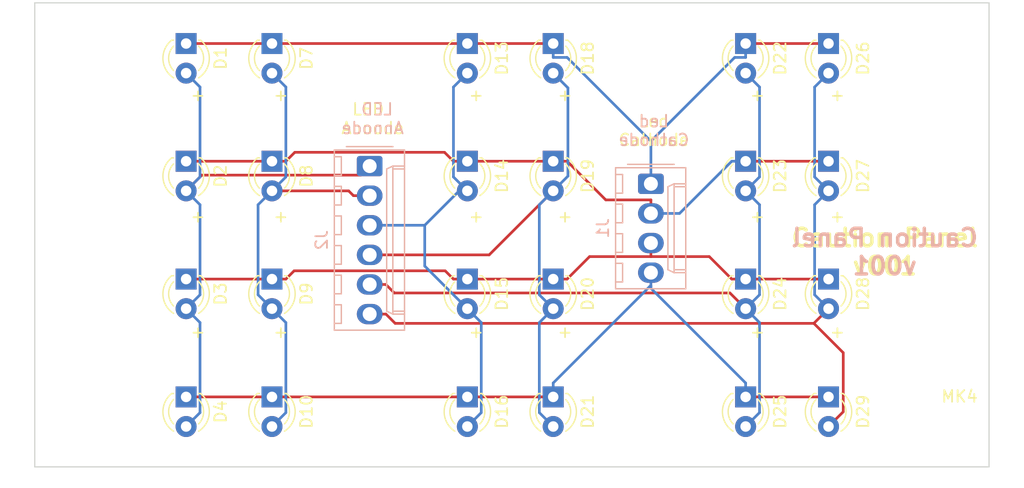
<source format=kicad_pcb>
(kicad_pcb (version 20171130) (host pcbnew "(5.1.5-0-10_14)")

  (general
    (thickness 1.6)
    (drawings 28)
    (tracks 124)
    (zones 0)
    (modules 30)
    (nets 11)
  )

  (page A4)
  (layers
    (0 F.Cu signal)
    (31 B.Cu signal)
    (32 B.Adhes user)
    (33 F.Adhes user)
    (34 B.Paste user)
    (35 F.Paste user)
    (36 B.SilkS user)
    (37 F.SilkS user)
    (38 B.Mask user)
    (39 F.Mask user)
    (40 Dwgs.User user)
    (41 Cmts.User user)
    (42 Eco1.User user)
    (43 Eco2.User user)
    (44 Edge.Cuts user)
    (45 Margin user)
    (46 B.CrtYd user)
    (47 F.CrtYd user)
    (48 B.Fab user)
    (49 F.Fab user)
  )

  (setup
    (last_trace_width 0.2286)
    (trace_clearance 0.1778)
    (zone_clearance 0.508)
    (zone_45_only no)
    (trace_min 0.006)
    (via_size 0.6)
    (via_drill 0.4)
    (via_min_size 0)
    (via_min_drill 0)
    (uvia_size 0.3)
    (uvia_drill 0.1)
    (uvias_allowed no)
    (uvia_min_size 0)
    (uvia_min_drill 0)
    (edge_width 0.1)
    (segment_width 0.2)
    (pcb_text_width 0.3)
    (pcb_text_size 1.5 1.5)
    (mod_edge_width 0.15)
    (mod_text_size 1 1)
    (mod_text_width 0.15)
    (pad_size 1.5 1.5)
    (pad_drill 0.6)
    (pad_to_mask_clearance 0)
    (aux_axis_origin 106.6038 109.9312)
    (visible_elements 7FFFFFFF)
    (pcbplotparams
      (layerselection 0x010fc_ffffffff)
      (usegerberextensions false)
      (usegerberattributes false)
      (usegerberadvancedattributes false)
      (creategerberjobfile false)
      (excludeedgelayer true)
      (linewidth 0.100000)
      (plotframeref false)
      (viasonmask false)
      (mode 1)
      (useauxorigin false)
      (hpglpennumber 1)
      (hpglpenspeed 20)
      (hpglpendiameter 15.000000)
      (psnegative false)
      (psa4output false)
      (plotreference true)
      (plotvalue true)
      (plotinvisibletext false)
      (padsonsilk false)
      (subtractmaskfromsilk false)
      (outputformat 1)
      (mirror false)
      (drillshape 0)
      (scaleselection 1)
      (outputdirectory "manufacturing/"))
  )

  (net 0 "")
  (net 1 /Dig0)
  (net 2 /SegDP)
  (net 3 /Dig1)
  (net 4 /Dig2)
  (net 5 /Dig3)
  (net 6 /SegA)
  (net 7 /SegB)
  (net 8 /SegC)
  (net 9 /SegD)
  (net 10 /SegE)

  (net_class Default "This is the default net class."
    (clearance 0.1778)
    (trace_width 0.2286)
    (via_dia 0.6)
    (via_drill 0.4)
    (uvia_dia 0.3)
    (uvia_drill 0.1)
  )

  (net_class control ""
    (clearance 0.1778)
    (trace_width 0.2286)
    (via_dia 0.6)
    (via_drill 0.4)
    (uvia_dia 0.3)
    (uvia_drill 0.1)
    (add_net /Dig0)
    (add_net /Dig1)
    (add_net /Dig2)
    (add_net /Dig3)
    (add_net /SegA)
    (add_net /SegB)
    (add_net /SegC)
    (add_net /SegD)
    (add_net /SegDP)
    (add_net /SegE)
  )

  (net_class pwr12v ""
    (clearance 0.2032)
    (trace_width 0.762)
    (via_dia 0.6)
    (via_drill 0.4)
    (uvia_dia 0.3)
    (uvia_drill 0.1)
  )

  (net_class pwr3.3v ""
    (clearance 0.2032)
    (trace_width 0.3048)
    (via_dia 0.6)
    (via_drill 0.4)
    (uvia_dia 0.3)
    (uvia_drill 0.1)
  )

  (net_class pwr5.5v ""
    (clearance 0.2032)
    (trace_width 0.2286)
    (via_dia 0.6)
    (via_drill 0.4)
    (uvia_dia 0.3)
    (uvia_drill 0.1)
  )

  (net_class signal ""
    (clearance 0.1778)
    (trace_width 0.1524)
    (via_dia 0.6)
    (via_drill 0.4)
    (uvia_dia 0.3)
    (uvia_drill 0.1)
  )

  (module PT_Library_v001:Molex_1x06_P2.54mm_Vertical (layer B.Cu) (tedit 5B78013E) (tstamp 5EEE7C35)
    (at 135.382 84.074 270)
    (descr "Molex KK-254 Interconnect System, old/engineering part number: AE-6410-06A example for new part number: 22-27-2061, 6 Pins (http://www.molex.com/pdm_docs/sd/022272021_sd.pdf), generated with kicad-footprint-generator")
    (tags "connector Molex KK-254 side entry")
    (path /5EE4016B)
    (fp_text reference J2 (at 6.35 4.12 90) (layer B.SilkS)
      (effects (font (size 1 1) (thickness 0.15)) (justify mirror))
    )
    (fp_text value LEDAnnode (at 6.35 -4.08 90) (layer B.Fab)
      (effects (font (size 1 1) (thickness 0.15)) (justify mirror))
    )
    (fp_text user %R (at 6.35 2.22 90) (layer B.Fab)
      (effects (font (size 1 1) (thickness 0.15)) (justify mirror))
    )
    (fp_line (start 14.47 3.42) (end -1.77 3.42) (layer B.CrtYd) (width 0.05))
    (fp_line (start 14.47 -3.38) (end 14.47 3.42) (layer B.CrtYd) (width 0.05))
    (fp_line (start -1.77 -3.38) (end 14.47 -3.38) (layer B.CrtYd) (width 0.05))
    (fp_line (start -1.77 3.42) (end -1.77 -3.38) (layer B.CrtYd) (width 0.05))
    (fp_line (start 13.5 2.43) (end 13.5 3.03) (layer B.SilkS) (width 0.12))
    (fp_line (start 11.9 2.43) (end 13.5 2.43) (layer B.SilkS) (width 0.12))
    (fp_line (start 11.9 3.03) (end 11.9 2.43) (layer B.SilkS) (width 0.12))
    (fp_line (start 10.96 2.43) (end 10.96 3.03) (layer B.SilkS) (width 0.12))
    (fp_line (start 9.36 2.43) (end 10.96 2.43) (layer B.SilkS) (width 0.12))
    (fp_line (start 9.36 3.03) (end 9.36 2.43) (layer B.SilkS) (width 0.12))
    (fp_line (start 8.42 2.43) (end 8.42 3.03) (layer B.SilkS) (width 0.12))
    (fp_line (start 6.82 2.43) (end 8.42 2.43) (layer B.SilkS) (width 0.12))
    (fp_line (start 6.82 3.03) (end 6.82 2.43) (layer B.SilkS) (width 0.12))
    (fp_line (start 5.88 2.43) (end 5.88 3.03) (layer B.SilkS) (width 0.12))
    (fp_line (start 4.28 2.43) (end 5.88 2.43) (layer B.SilkS) (width 0.12))
    (fp_line (start 4.28 3.03) (end 4.28 2.43) (layer B.SilkS) (width 0.12))
    (fp_line (start 3.34 2.43) (end 3.34 3.03) (layer B.SilkS) (width 0.12))
    (fp_line (start 1.74 2.43) (end 3.34 2.43) (layer B.SilkS) (width 0.12))
    (fp_line (start 1.74 3.03) (end 1.74 2.43) (layer B.SilkS) (width 0.12))
    (fp_line (start 0.8 2.43) (end 0.8 3.03) (layer B.SilkS) (width 0.12))
    (fp_line (start -0.8 2.43) (end 0.8 2.43) (layer B.SilkS) (width 0.12))
    (fp_line (start -0.8 3.03) (end -0.8 2.43) (layer B.SilkS) (width 0.12))
    (fp_line (start 12.45 -2.99) (end 12.45 -1.99) (layer B.SilkS) (width 0.12))
    (fp_line (start 0.25 -2.99) (end 0.25 -1.99) (layer B.SilkS) (width 0.12))
    (fp_line (start 12.45 -1.46) (end 12.7 -1.99) (layer B.SilkS) (width 0.12))
    (fp_line (start 0.25 -1.46) (end 12.45 -1.46) (layer B.SilkS) (width 0.12))
    (fp_line (start 0 -1.99) (end 0.25 -1.46) (layer B.SilkS) (width 0.12))
    (fp_line (start 12.7 -1.99) (end 12.7 -2.99) (layer B.SilkS) (width 0.12))
    (fp_line (start 0 -1.99) (end 12.7 -1.99) (layer B.SilkS) (width 0.12))
    (fp_line (start 0 -2.99) (end 0 -1.99) (layer B.SilkS) (width 0.12))
    (fp_line (start -0.562893 0) (end -1.27 -0.5) (layer B.Fab) (width 0.1))
    (fp_line (start -1.27 0.5) (end -0.562893 0) (layer B.Fab) (width 0.1))
    (fp_line (start -1.67 2) (end -1.67 -2) (layer B.SilkS) (width 0.12))
    (fp_line (start 14.08 3.03) (end -1.38 3.03) (layer B.SilkS) (width 0.12))
    (fp_line (start 14.08 -2.99) (end 14.08 3.03) (layer B.SilkS) (width 0.12))
    (fp_line (start -1.38 -2.99) (end 14.08 -2.99) (layer B.SilkS) (width 0.12))
    (fp_line (start -1.38 3.03) (end -1.38 -2.99) (layer B.SilkS) (width 0.12))
    (fp_line (start 13.97 2.92) (end -1.27 2.92) (layer B.Fab) (width 0.1))
    (fp_line (start 13.97 -2.88) (end 13.97 2.92) (layer B.Fab) (width 0.1))
    (fp_line (start -1.27 -2.88) (end 13.97 -2.88) (layer B.Fab) (width 0.1))
    (fp_line (start -1.27 2.92) (end -1.27 -2.88) (layer B.Fab) (width 0.1))
    (pad 6 thru_hole oval (at 12.7 0 270) (size 1.74 2.2) (drill 1.2) (layers *.Cu *.Mask)
      (net 10 /SegE))
    (pad 5 thru_hole oval (at 10.16 0 270) (size 1.74 2.2) (drill 1.2) (layers *.Cu *.Mask)
      (net 9 /SegD))
    (pad 4 thru_hole oval (at 7.62 0 270) (size 1.74 2.2) (drill 1.2) (layers *.Cu *.Mask)
      (net 8 /SegC))
    (pad 3 thru_hole oval (at 5.08 0 270) (size 1.74 2.2) (drill 1.2) (layers *.Cu *.Mask)
      (net 7 /SegB))
    (pad 2 thru_hole oval (at 2.54 0 270) (size 1.74 2.2) (drill 1.2) (layers *.Cu *.Mask)
      (net 6 /SegA))
    (pad 1 thru_hole roundrect (at 0 0 270) (size 1.74 2.2) (drill 1.2) (layers *.Cu *.Mask) (roundrect_rratio 0.143678)
      (net 2 /SegDP))
    (model ${KISYS3DMOD}/Connector_Molex.3dshapes/Molex_KK-254_AE-6410-06A_1x06_P2.54mm_Vertical.wrl
      (at (xyz 0 0 0))
      (scale (xyz 1 1 1))
      (rotate (xyz 0 0 0))
    )
  )

  (module PT_Library_v001:Molex_1x04_P2.54mm_Vertical (layer B.Cu) (tedit 5B78013E) (tstamp 5EEE7BAC)
    (at 159.512 85.598 270)
    (descr "Molex KK-254 Interconnect System, old/engineering part number: AE-6410-04A example for new part number: 22-27-2041, 4 Pins (http://www.molex.com/pdm_docs/sd/022272021_sd.pdf), generated with kicad-footprint-generator")
    (tags "connector Molex KK-254 side entry")
    (path /5A446184)
    (fp_text reference J1 (at 3.81 4.12 90) (layer B.SilkS)
      (effects (font (size 1 1) (thickness 0.15)) (justify mirror))
    )
    (fp_text value LedCathode (at 3.81 -4.08 90) (layer B.Fab)
      (effects (font (size 1 1) (thickness 0.15)) (justify mirror))
    )
    (fp_text user %R (at 3.81 2.22 90) (layer B.Fab)
      (effects (font (size 1 1) (thickness 0.15)) (justify mirror))
    )
    (fp_line (start 9.39 3.42) (end -1.77 3.42) (layer B.CrtYd) (width 0.05))
    (fp_line (start 9.39 -3.38) (end 9.39 3.42) (layer B.CrtYd) (width 0.05))
    (fp_line (start -1.77 -3.38) (end 9.39 -3.38) (layer B.CrtYd) (width 0.05))
    (fp_line (start -1.77 3.42) (end -1.77 -3.38) (layer B.CrtYd) (width 0.05))
    (fp_line (start 8.42 2.43) (end 8.42 3.03) (layer B.SilkS) (width 0.12))
    (fp_line (start 6.82 2.43) (end 8.42 2.43) (layer B.SilkS) (width 0.12))
    (fp_line (start 6.82 3.03) (end 6.82 2.43) (layer B.SilkS) (width 0.12))
    (fp_line (start 5.88 2.43) (end 5.88 3.03) (layer B.SilkS) (width 0.12))
    (fp_line (start 4.28 2.43) (end 5.88 2.43) (layer B.SilkS) (width 0.12))
    (fp_line (start 4.28 3.03) (end 4.28 2.43) (layer B.SilkS) (width 0.12))
    (fp_line (start 3.34 2.43) (end 3.34 3.03) (layer B.SilkS) (width 0.12))
    (fp_line (start 1.74 2.43) (end 3.34 2.43) (layer B.SilkS) (width 0.12))
    (fp_line (start 1.74 3.03) (end 1.74 2.43) (layer B.SilkS) (width 0.12))
    (fp_line (start 0.8 2.43) (end 0.8 3.03) (layer B.SilkS) (width 0.12))
    (fp_line (start -0.8 2.43) (end 0.8 2.43) (layer B.SilkS) (width 0.12))
    (fp_line (start -0.8 3.03) (end -0.8 2.43) (layer B.SilkS) (width 0.12))
    (fp_line (start 7.37 -2.99) (end 7.37 -1.99) (layer B.SilkS) (width 0.12))
    (fp_line (start 0.25 -2.99) (end 0.25 -1.99) (layer B.SilkS) (width 0.12))
    (fp_line (start 7.37 -1.46) (end 7.62 -1.99) (layer B.SilkS) (width 0.12))
    (fp_line (start 0.25 -1.46) (end 7.37 -1.46) (layer B.SilkS) (width 0.12))
    (fp_line (start 0 -1.99) (end 0.25 -1.46) (layer B.SilkS) (width 0.12))
    (fp_line (start 7.62 -1.99) (end 7.62 -2.99) (layer B.SilkS) (width 0.12))
    (fp_line (start 0 -1.99) (end 7.62 -1.99) (layer B.SilkS) (width 0.12))
    (fp_line (start 0 -2.99) (end 0 -1.99) (layer B.SilkS) (width 0.12))
    (fp_line (start -0.562893 0) (end -1.27 -0.5) (layer B.Fab) (width 0.1))
    (fp_line (start -1.27 0.5) (end -0.562893 0) (layer B.Fab) (width 0.1))
    (fp_line (start -1.67 2) (end -1.67 -2) (layer B.SilkS) (width 0.12))
    (fp_line (start 9 3.03) (end -1.38 3.03) (layer B.SilkS) (width 0.12))
    (fp_line (start 9 -2.99) (end 9 3.03) (layer B.SilkS) (width 0.12))
    (fp_line (start -1.38 -2.99) (end 9 -2.99) (layer B.SilkS) (width 0.12))
    (fp_line (start -1.38 3.03) (end -1.38 -2.99) (layer B.SilkS) (width 0.12))
    (fp_line (start 8.89 2.92) (end -1.27 2.92) (layer B.Fab) (width 0.1))
    (fp_line (start 8.89 -2.88) (end 8.89 2.92) (layer B.Fab) (width 0.1))
    (fp_line (start -1.27 -2.88) (end 8.89 -2.88) (layer B.Fab) (width 0.1))
    (fp_line (start -1.27 2.92) (end -1.27 -2.88) (layer B.Fab) (width 0.1))
    (pad 4 thru_hole oval (at 7.62 0 270) (size 1.74 2.2) (drill 1.2) (layers *.Cu *.Mask)
      (net 5 /Dig3))
    (pad 3 thru_hole oval (at 5.08 0 270) (size 1.74 2.2) (drill 1.2) (layers *.Cu *.Mask)
      (net 4 /Dig2))
    (pad 2 thru_hole oval (at 2.54 0 270) (size 1.74 2.2) (drill 1.2) (layers *.Cu *.Mask)
      (net 3 /Dig1))
    (pad 1 thru_hole roundrect (at 0 0 270) (size 1.74 2.2) (drill 1.2) (layers *.Cu *.Mask) (roundrect_rratio 0.143678)
      (net 1 /Dig0))
    (model ${KISYS3DMOD}/Connector_Molex.3dshapes/Molex_KK-254_AE-6410-04A_1x04_P2.54mm_Vertical.wrl
      (at (xyz 0 0 0))
      (scale (xyz 1 1 1))
      (rotate (xyz 0 0 0))
    )
  )

  (module LED_THT:LED_D3.0mm_FlatTop (layer F.Cu) (tedit 5880A862) (tstamp 5EEE7B5D)
    (at 174.752 103.88 270)
    (descr "LED, Round, FlatTop, diameter 3.0mm, 2 pins, http://www.kingbright.com/attachments/file/psearch/000/00/00/L-47XEC(Ver.9A).pdf")
    (tags "LED Round FlatTop diameter 3.0mm 2 pins")
    (path /5A8C06EC)
    (fp_text reference D29 (at 1.27 -2.96 90) (layer F.SilkS)
      (effects (font (size 1 1) (thickness 0.15)))
    )
    (fp_text value 3,5 (at 1.27 2.96 90) (layer F.Fab)
      (effects (font (size 1 1) (thickness 0.15)))
    )
    (fp_line (start 3.7 -2.25) (end -1.15 -2.25) (layer F.CrtYd) (width 0.05))
    (fp_line (start 3.7 2.25) (end 3.7 -2.25) (layer F.CrtYd) (width 0.05))
    (fp_line (start -1.15 2.25) (end 3.7 2.25) (layer F.CrtYd) (width 0.05))
    (fp_line (start -1.15 -2.25) (end -1.15 2.25) (layer F.CrtYd) (width 0.05))
    (fp_line (start -0.29 1.08) (end -0.29 1.236) (layer F.SilkS) (width 0.12))
    (fp_line (start -0.29 -1.236) (end -0.29 -1.08) (layer F.SilkS) (width 0.12))
    (fp_line (start -0.23 -1.16619) (end -0.23 1.16619) (layer F.Fab) (width 0.1))
    (fp_circle (center 1.27 0) (end 2.77 0) (layer F.Fab) (width 0.1))
    (fp_arc (start 1.27 0) (end 0.229039 1.08) (angle -87.9) (layer F.SilkS) (width 0.12))
    (fp_arc (start 1.27 0) (end 0.229039 -1.08) (angle 87.9) (layer F.SilkS) (width 0.12))
    (fp_arc (start 1.27 0) (end -0.29 1.235516) (angle -108.8) (layer F.SilkS) (width 0.12))
    (fp_arc (start 1.27 0) (end -0.29 -1.235516) (angle 108.8) (layer F.SilkS) (width 0.12))
    (fp_arc (start 1.27 0) (end -0.23 -1.16619) (angle 284.3) (layer F.Fab) (width 0.1))
    (pad 2 thru_hole circle (at 2.54 0 270) (size 1.8 1.8) (drill 0.9) (layers *.Cu *.Mask)
      (net 10 /SegE))
    (pad 1 thru_hole rect (at 0 0 270) (size 1.8 1.8) (drill 0.9) (layers *.Cu *.Mask)
      (net 5 /Dig3))
    (model ${KISYS3DMOD}/LED_THT.3dshapes/LED_D3.0mm_FlatTop.wrl
      (at (xyz 0 0 0))
      (scale (xyz 1 1 1))
      (rotate (xyz 0 0 0))
    )
  )

  (module LED_THT:LED_D3.0mm_FlatTop (layer F.Cu) (tedit 5880A862) (tstamp 5EEE7B27)
    (at 174.752 93.7704 270)
    (descr "LED, Round, FlatTop, diameter 3.0mm, 2 pins, http://www.kingbright.com/attachments/file/psearch/000/00/00/L-47XEC(Ver.9A).pdf")
    (tags "LED Round FlatTop diameter 3.0mm 2 pins")
    (path /5A44AF89)
    (fp_text reference D28 (at 1.27 -2.96 90) (layer F.SilkS)
      (effects (font (size 1 1) (thickness 0.15)))
    )
    (fp_text value 2,5 (at 1.27 2.96 90) (layer F.Fab)
      (effects (font (size 1 1) (thickness 0.15)))
    )
    (fp_line (start 3.7 -2.25) (end -1.15 -2.25) (layer F.CrtYd) (width 0.05))
    (fp_line (start 3.7 2.25) (end 3.7 -2.25) (layer F.CrtYd) (width 0.05))
    (fp_line (start -1.15 2.25) (end 3.7 2.25) (layer F.CrtYd) (width 0.05))
    (fp_line (start -1.15 -2.25) (end -1.15 2.25) (layer F.CrtYd) (width 0.05))
    (fp_line (start -0.29 1.08) (end -0.29 1.236) (layer F.SilkS) (width 0.12))
    (fp_line (start -0.29 -1.236) (end -0.29 -1.08) (layer F.SilkS) (width 0.12))
    (fp_line (start -0.23 -1.16619) (end -0.23 1.16619) (layer F.Fab) (width 0.1))
    (fp_circle (center 1.27 0) (end 2.77 0) (layer F.Fab) (width 0.1))
    (fp_arc (start 1.27 0) (end 0.229039 1.08) (angle -87.9) (layer F.SilkS) (width 0.12))
    (fp_arc (start 1.27 0) (end 0.229039 -1.08) (angle 87.9) (layer F.SilkS) (width 0.12))
    (fp_arc (start 1.27 0) (end -0.29 1.235516) (angle -108.8) (layer F.SilkS) (width 0.12))
    (fp_arc (start 1.27 0) (end -0.29 -1.235516) (angle 108.8) (layer F.SilkS) (width 0.12))
    (fp_arc (start 1.27 0) (end -0.23 -1.16619) (angle 284.3) (layer F.Fab) (width 0.1))
    (pad 2 thru_hole circle (at 2.54 0 270) (size 1.8 1.8) (drill 0.9) (layers *.Cu *.Mask)
      (net 10 /SegE))
    (pad 1 thru_hole rect (at 0 0 270) (size 1.8 1.8) (drill 0.9) (layers *.Cu *.Mask)
      (net 4 /Dig2))
    (model ${KISYS3DMOD}/LED_THT.3dshapes/LED_D3.0mm_FlatTop.wrl
      (at (xyz 0 0 0))
      (scale (xyz 1 1 1))
      (rotate (xyz 0 0 0))
    )
  )

  (module LED_THT:LED_D3.0mm_FlatTop (layer F.Cu) (tedit 5880A862) (tstamp 5EEE7AF1)
    (at 174.752 83.6604 270)
    (descr "LED, Round, FlatTop, diameter 3.0mm, 2 pins, http://www.kingbright.com/attachments/file/psearch/000/00/00/L-47XEC(Ver.9A).pdf")
    (tags "LED Round FlatTop diameter 3.0mm 2 pins")
    (path /5A44AF6D)
    (fp_text reference D27 (at 1.27 -2.96 90) (layer F.SilkS)
      (effects (font (size 1 1) (thickness 0.15)))
    )
    (fp_text value 1.5 (at 1.27 2.96 90) (layer F.Fab)
      (effects (font (size 1 1) (thickness 0.15)))
    )
    (fp_line (start 3.7 -2.25) (end -1.15 -2.25) (layer F.CrtYd) (width 0.05))
    (fp_line (start 3.7 2.25) (end 3.7 -2.25) (layer F.CrtYd) (width 0.05))
    (fp_line (start -1.15 2.25) (end 3.7 2.25) (layer F.CrtYd) (width 0.05))
    (fp_line (start -1.15 -2.25) (end -1.15 2.25) (layer F.CrtYd) (width 0.05))
    (fp_line (start -0.29 1.08) (end -0.29 1.236) (layer F.SilkS) (width 0.12))
    (fp_line (start -0.29 -1.236) (end -0.29 -1.08) (layer F.SilkS) (width 0.12))
    (fp_line (start -0.23 -1.16619) (end -0.23 1.16619) (layer F.Fab) (width 0.1))
    (fp_circle (center 1.27 0) (end 2.77 0) (layer F.Fab) (width 0.1))
    (fp_arc (start 1.27 0) (end 0.229039 1.08) (angle -87.9) (layer F.SilkS) (width 0.12))
    (fp_arc (start 1.27 0) (end 0.229039 -1.08) (angle 87.9) (layer F.SilkS) (width 0.12))
    (fp_arc (start 1.27 0) (end -0.29 1.235516) (angle -108.8) (layer F.SilkS) (width 0.12))
    (fp_arc (start 1.27 0) (end -0.29 -1.235516) (angle 108.8) (layer F.SilkS) (width 0.12))
    (fp_arc (start 1.27 0) (end -0.23 -1.16619) (angle 284.3) (layer F.Fab) (width 0.1))
    (pad 2 thru_hole circle (at 2.54 0 270) (size 1.8 1.8) (drill 0.9) (layers *.Cu *.Mask)
      (net 10 /SegE))
    (pad 1 thru_hole rect (at 0 0 270) (size 1.8 1.8) (drill 0.9) (layers *.Cu *.Mask)
      (net 3 /Dig1))
    (model ${KISYS3DMOD}/LED_THT.3dshapes/LED_D3.0mm_FlatTop.wrl
      (at (xyz 0 0 0))
      (scale (xyz 1 1 1))
      (rotate (xyz 0 0 0))
    )
  )

  (module LED_THT:LED_D3.0mm_FlatTop locked (layer F.Cu) (tedit 5880A862) (tstamp 5EEE7ABB)
    (at 174.752 73.5604 270)
    (descr "LED, Round, FlatTop, diameter 3.0mm, 2 pins, http://www.kingbright.com/attachments/file/psearch/000/00/00/L-47XEC(Ver.9A).pdf")
    (tags "LED Round FlatTop diameter 3.0mm 2 pins")
    (path /5A8C05CD)
    (fp_text reference D26 (at 1.27 -2.96 90) (layer F.SilkS)
      (effects (font (size 1 1) (thickness 0.15)))
    )
    (fp_text value 0.5 (at 1.27 2.96 90) (layer F.Fab)
      (effects (font (size 1 1) (thickness 0.15)))
    )
    (fp_line (start 3.7 -2.25) (end -1.15 -2.25) (layer F.CrtYd) (width 0.05))
    (fp_line (start 3.7 2.25) (end 3.7 -2.25) (layer F.CrtYd) (width 0.05))
    (fp_line (start -1.15 2.25) (end 3.7 2.25) (layer F.CrtYd) (width 0.05))
    (fp_line (start -1.15 -2.25) (end -1.15 2.25) (layer F.CrtYd) (width 0.05))
    (fp_line (start -0.29 1.08) (end -0.29 1.236) (layer F.SilkS) (width 0.12))
    (fp_line (start -0.29 -1.236) (end -0.29 -1.08) (layer F.SilkS) (width 0.12))
    (fp_line (start -0.23 -1.16619) (end -0.23 1.16619) (layer F.Fab) (width 0.1))
    (fp_circle (center 1.27 0) (end 2.77 0) (layer F.Fab) (width 0.1))
    (fp_arc (start 1.27 0) (end 0.229039 1.08) (angle -87.9) (layer F.SilkS) (width 0.12))
    (fp_arc (start 1.27 0) (end 0.229039 -1.08) (angle 87.9) (layer F.SilkS) (width 0.12))
    (fp_arc (start 1.27 0) (end -0.29 1.235516) (angle -108.8) (layer F.SilkS) (width 0.12))
    (fp_arc (start 1.27 0) (end -0.29 -1.235516) (angle 108.8) (layer F.SilkS) (width 0.12))
    (fp_arc (start 1.27 0) (end -0.23 -1.16619) (angle 284.3) (layer F.Fab) (width 0.1))
    (pad 2 thru_hole circle (at 2.54 0 270) (size 1.8 1.8) (drill 0.9) (layers *.Cu *.Mask)
      (net 10 /SegE))
    (pad 1 thru_hole rect (at 0 0 270) (size 1.8 1.8) (drill 0.9) (layers *.Cu *.Mask)
      (net 1 /Dig0))
    (model ${KISYS3DMOD}/LED_THT.3dshapes/LED_D3.0mm_FlatTop.wrl
      (at (xyz 0 0 0))
      (scale (xyz 1 1 1))
      (rotate (xyz 0 0 0))
    )
  )

  (module LED_THT:LED_D3.0mm_FlatTop (layer F.Cu) (tedit 5880A862) (tstamp 5EEE7A85)
    (at 167.64 103.88 270)
    (descr "LED, Round, FlatTop, diameter 3.0mm, 2 pins, http://www.kingbright.com/attachments/file/psearch/000/00/00/L-47XEC(Ver.9A).pdf")
    (tags "LED Round FlatTop diameter 3.0mm 2 pins")
    (path /5A8C065B)
    (fp_text reference D25 (at 1.27 -2.96 90) (layer F.SilkS)
      (effects (font (size 1 1) (thickness 0.15)))
    )
    (fp_text value 3,4 (at 1.27 2.96 90) (layer F.Fab)
      (effects (font (size 1 1) (thickness 0.15)))
    )
    (fp_line (start 3.7 -2.25) (end -1.15 -2.25) (layer F.CrtYd) (width 0.05))
    (fp_line (start 3.7 2.25) (end 3.7 -2.25) (layer F.CrtYd) (width 0.05))
    (fp_line (start -1.15 2.25) (end 3.7 2.25) (layer F.CrtYd) (width 0.05))
    (fp_line (start -1.15 -2.25) (end -1.15 2.25) (layer F.CrtYd) (width 0.05))
    (fp_line (start -0.29 1.08) (end -0.29 1.236) (layer F.SilkS) (width 0.12))
    (fp_line (start -0.29 -1.236) (end -0.29 -1.08) (layer F.SilkS) (width 0.12))
    (fp_line (start -0.23 -1.16619) (end -0.23 1.16619) (layer F.Fab) (width 0.1))
    (fp_circle (center 1.27 0) (end 2.77 0) (layer F.Fab) (width 0.1))
    (fp_arc (start 1.27 0) (end 0.229039 1.08) (angle -87.9) (layer F.SilkS) (width 0.12))
    (fp_arc (start 1.27 0) (end 0.229039 -1.08) (angle 87.9) (layer F.SilkS) (width 0.12))
    (fp_arc (start 1.27 0) (end -0.29 1.235516) (angle -108.8) (layer F.SilkS) (width 0.12))
    (fp_arc (start 1.27 0) (end -0.29 -1.235516) (angle 108.8) (layer F.SilkS) (width 0.12))
    (fp_arc (start 1.27 0) (end -0.23 -1.16619) (angle 284.3) (layer F.Fab) (width 0.1))
    (pad 2 thru_hole circle (at 2.54 0 270) (size 1.8 1.8) (drill 0.9) (layers *.Cu *.Mask)
      (net 9 /SegD))
    (pad 1 thru_hole rect (at 0 0 270) (size 1.8 1.8) (drill 0.9) (layers *.Cu *.Mask)
      (net 5 /Dig3))
    (model ${KISYS3DMOD}/LED_THT.3dshapes/LED_D3.0mm_FlatTop.wrl
      (at (xyz 0 0 0))
      (scale (xyz 1 1 1))
      (rotate (xyz 0 0 0))
    )
  )

  (module LED_THT:LED_D3.0mm_FlatTop (layer F.Cu) (tedit 5880A862) (tstamp 5EEE7A4F)
    (at 167.64 93.7704 270)
    (descr "LED, Round, FlatTop, diameter 3.0mm, 2 pins, http://www.kingbright.com/attachments/file/psearch/000/00/00/L-47XEC(Ver.9A).pdf")
    (tags "LED Round FlatTop diameter 3.0mm 2 pins")
    (path /5A44AF82)
    (fp_text reference D24 (at 1.27 -2.96 90) (layer F.SilkS)
      (effects (font (size 1 1) (thickness 0.15)))
    )
    (fp_text value 2,4 (at 1.27 2.96 90) (layer F.Fab)
      (effects (font (size 1 1) (thickness 0.15)))
    )
    (fp_line (start 3.7 -2.25) (end -1.15 -2.25) (layer F.CrtYd) (width 0.05))
    (fp_line (start 3.7 2.25) (end 3.7 -2.25) (layer F.CrtYd) (width 0.05))
    (fp_line (start -1.15 2.25) (end 3.7 2.25) (layer F.CrtYd) (width 0.05))
    (fp_line (start -1.15 -2.25) (end -1.15 2.25) (layer F.CrtYd) (width 0.05))
    (fp_line (start -0.29 1.08) (end -0.29 1.236) (layer F.SilkS) (width 0.12))
    (fp_line (start -0.29 -1.236) (end -0.29 -1.08) (layer F.SilkS) (width 0.12))
    (fp_line (start -0.23 -1.16619) (end -0.23 1.16619) (layer F.Fab) (width 0.1))
    (fp_circle (center 1.27 0) (end 2.77 0) (layer F.Fab) (width 0.1))
    (fp_arc (start 1.27 0) (end 0.229039 1.08) (angle -87.9) (layer F.SilkS) (width 0.12))
    (fp_arc (start 1.27 0) (end 0.229039 -1.08) (angle 87.9) (layer F.SilkS) (width 0.12))
    (fp_arc (start 1.27 0) (end -0.29 1.235516) (angle -108.8) (layer F.SilkS) (width 0.12))
    (fp_arc (start 1.27 0) (end -0.29 -1.235516) (angle 108.8) (layer F.SilkS) (width 0.12))
    (fp_arc (start 1.27 0) (end -0.23 -1.16619) (angle 284.3) (layer F.Fab) (width 0.1))
    (pad 2 thru_hole circle (at 2.54 0 270) (size 1.8 1.8) (drill 0.9) (layers *.Cu *.Mask)
      (net 9 /SegD))
    (pad 1 thru_hole rect (at 0 0 270) (size 1.8 1.8) (drill 0.9) (layers *.Cu *.Mask)
      (net 4 /Dig2))
    (model ${KISYS3DMOD}/LED_THT.3dshapes/LED_D3.0mm_FlatTop.wrl
      (at (xyz 0 0 0))
      (scale (xyz 1 1 1))
      (rotate (xyz 0 0 0))
    )
  )

  (module LED_THT:LED_D3.0mm_FlatTop (layer F.Cu) (tedit 5880A862) (tstamp 5EEE7A19)
    (at 167.64 83.6604 270)
    (descr "LED, Round, FlatTop, diameter 3.0mm, 2 pins, http://www.kingbright.com/attachments/file/psearch/000/00/00/L-47XEC(Ver.9A).pdf")
    (tags "LED Round FlatTop diameter 3.0mm 2 pins")
    (path /5A44AF66)
    (fp_text reference D23 (at 1.27 -2.96 90) (layer F.SilkS)
      (effects (font (size 1 1) (thickness 0.15)))
    )
    (fp_text value 1.4 (at 1.27 2.96 90) (layer F.Fab)
      (effects (font (size 1 1) (thickness 0.15)))
    )
    (fp_line (start 3.7 -2.25) (end -1.15 -2.25) (layer F.CrtYd) (width 0.05))
    (fp_line (start 3.7 2.25) (end 3.7 -2.25) (layer F.CrtYd) (width 0.05))
    (fp_line (start -1.15 2.25) (end 3.7 2.25) (layer F.CrtYd) (width 0.05))
    (fp_line (start -1.15 -2.25) (end -1.15 2.25) (layer F.CrtYd) (width 0.05))
    (fp_line (start -0.29 1.08) (end -0.29 1.236) (layer F.SilkS) (width 0.12))
    (fp_line (start -0.29 -1.236) (end -0.29 -1.08) (layer F.SilkS) (width 0.12))
    (fp_line (start -0.23 -1.16619) (end -0.23 1.16619) (layer F.Fab) (width 0.1))
    (fp_circle (center 1.27 0) (end 2.77 0) (layer F.Fab) (width 0.1))
    (fp_arc (start 1.27 0) (end 0.229039 1.08) (angle -87.9) (layer F.SilkS) (width 0.12))
    (fp_arc (start 1.27 0) (end 0.229039 -1.08) (angle 87.9) (layer F.SilkS) (width 0.12))
    (fp_arc (start 1.27 0) (end -0.29 1.235516) (angle -108.8) (layer F.SilkS) (width 0.12))
    (fp_arc (start 1.27 0) (end -0.29 -1.235516) (angle 108.8) (layer F.SilkS) (width 0.12))
    (fp_arc (start 1.27 0) (end -0.23 -1.16619) (angle 284.3) (layer F.Fab) (width 0.1))
    (pad 2 thru_hole circle (at 2.54 0 270) (size 1.8 1.8) (drill 0.9) (layers *.Cu *.Mask)
      (net 9 /SegD))
    (pad 1 thru_hole rect (at 0 0 270) (size 1.8 1.8) (drill 0.9) (layers *.Cu *.Mask)
      (net 3 /Dig1))
    (model ${KISYS3DMOD}/LED_THT.3dshapes/LED_D3.0mm_FlatTop.wrl
      (at (xyz 0 0 0))
      (scale (xyz 1 1 1))
      (rotate (xyz 0 0 0))
    )
  )

  (module LED_THT:LED_D3.0mm_FlatTop (layer F.Cu) (tedit 5880A862) (tstamp 5EEE79E3)
    (at 167.64 73.5604 270)
    (descr "LED, Round, FlatTop, diameter 3.0mm, 2 pins, http://www.kingbright.com/attachments/file/psearch/000/00/00/L-47XEC(Ver.9A).pdf")
    (tags "LED Round FlatTop diameter 3.0mm 2 pins")
    (path /5A8C0540)
    (fp_text reference D22 (at 1.27 -2.96 90) (layer F.SilkS)
      (effects (font (size 1 1) (thickness 0.15)))
    )
    (fp_text value 0.4 (at 1.27 2.96 90) (layer F.Fab)
      (effects (font (size 1 1) (thickness 0.15)))
    )
    (fp_line (start 3.7 -2.25) (end -1.15 -2.25) (layer F.CrtYd) (width 0.05))
    (fp_line (start 3.7 2.25) (end 3.7 -2.25) (layer F.CrtYd) (width 0.05))
    (fp_line (start -1.15 2.25) (end 3.7 2.25) (layer F.CrtYd) (width 0.05))
    (fp_line (start -1.15 -2.25) (end -1.15 2.25) (layer F.CrtYd) (width 0.05))
    (fp_line (start -0.29 1.08) (end -0.29 1.236) (layer F.SilkS) (width 0.12))
    (fp_line (start -0.29 -1.236) (end -0.29 -1.08) (layer F.SilkS) (width 0.12))
    (fp_line (start -0.23 -1.16619) (end -0.23 1.16619) (layer F.Fab) (width 0.1))
    (fp_circle (center 1.27 0) (end 2.77 0) (layer F.Fab) (width 0.1))
    (fp_arc (start 1.27 0) (end 0.229039 1.08) (angle -87.9) (layer F.SilkS) (width 0.12))
    (fp_arc (start 1.27 0) (end 0.229039 -1.08) (angle 87.9) (layer F.SilkS) (width 0.12))
    (fp_arc (start 1.27 0) (end -0.29 1.235516) (angle -108.8) (layer F.SilkS) (width 0.12))
    (fp_arc (start 1.27 0) (end -0.29 -1.235516) (angle 108.8) (layer F.SilkS) (width 0.12))
    (fp_arc (start 1.27 0) (end -0.23 -1.16619) (angle 284.3) (layer F.Fab) (width 0.1))
    (pad 2 thru_hole circle (at 2.54 0 270) (size 1.8 1.8) (drill 0.9) (layers *.Cu *.Mask)
      (net 9 /SegD))
    (pad 1 thru_hole rect (at 0 0 270) (size 1.8 1.8) (drill 0.9) (layers *.Cu *.Mask)
      (net 1 /Dig0))
    (model ${KISYS3DMOD}/LED_THT.3dshapes/LED_D3.0mm_FlatTop.wrl
      (at (xyz 0 0 0))
      (scale (xyz 1 1 1))
      (rotate (xyz 0 0 0))
    )
  )

  (module LED_THT:LED_D3.0mm_FlatTop (layer F.Cu) (tedit 5880A862) (tstamp 5EEE79AD)
    (at 151.13 103.88 270)
    (descr "LED, Round, FlatTop, diameter 3.0mm, 2 pins, http://www.kingbright.com/attachments/file/psearch/000/00/00/L-47XEC(Ver.9A).pdf")
    (tags "LED Round FlatTop diameter 3.0mm 2 pins")
    (path /5A44A833)
    (fp_text reference D21 (at 1.27 -2.96 90) (layer F.SilkS)
      (effects (font (size 1 1) (thickness 0.15)))
    )
    (fp_text value 3,3 (at 1.27 2.96 90) (layer F.Fab)
      (effects (font (size 1 1) (thickness 0.15)))
    )
    (fp_line (start 3.7 -2.25) (end -1.15 -2.25) (layer F.CrtYd) (width 0.05))
    (fp_line (start 3.7 2.25) (end 3.7 -2.25) (layer F.CrtYd) (width 0.05))
    (fp_line (start -1.15 2.25) (end 3.7 2.25) (layer F.CrtYd) (width 0.05))
    (fp_line (start -1.15 -2.25) (end -1.15 2.25) (layer F.CrtYd) (width 0.05))
    (fp_line (start -0.29 1.08) (end -0.29 1.236) (layer F.SilkS) (width 0.12))
    (fp_line (start -0.29 -1.236) (end -0.29 -1.08) (layer F.SilkS) (width 0.12))
    (fp_line (start -0.23 -1.16619) (end -0.23 1.16619) (layer F.Fab) (width 0.1))
    (fp_circle (center 1.27 0) (end 2.77 0) (layer F.Fab) (width 0.1))
    (fp_arc (start 1.27 0) (end 0.229039 1.08) (angle -87.9) (layer F.SilkS) (width 0.12))
    (fp_arc (start 1.27 0) (end 0.229039 -1.08) (angle 87.9) (layer F.SilkS) (width 0.12))
    (fp_arc (start 1.27 0) (end -0.29 1.235516) (angle -108.8) (layer F.SilkS) (width 0.12))
    (fp_arc (start 1.27 0) (end -0.29 -1.235516) (angle 108.8) (layer F.SilkS) (width 0.12))
    (fp_arc (start 1.27 0) (end -0.23 -1.16619) (angle 284.3) (layer F.Fab) (width 0.1))
    (pad 2 thru_hole circle (at 2.54 0 270) (size 1.8 1.8) (drill 0.9) (layers *.Cu *.Mask)
      (net 8 /SegC))
    (pad 1 thru_hole rect (at 0 0 270) (size 1.8 1.8) (drill 0.9) (layers *.Cu *.Mask)
      (net 5 /Dig3))
    (model ${KISYS3DMOD}/LED_THT.3dshapes/LED_D3.0mm_FlatTop.wrl
      (at (xyz 0 0 0))
      (scale (xyz 1 1 1))
      (rotate (xyz 0 0 0))
    )
  )

  (module LED_THT:LED_D3.0mm_FlatTop (layer F.Cu) (tedit 5880A862) (tstamp 5EEE7977)
    (at 151.13 93.7704 270)
    (descr "LED, Round, FlatTop, diameter 3.0mm, 2 pins, http://www.kingbright.com/attachments/file/psearch/000/00/00/L-47XEC(Ver.9A).pdf")
    (tags "LED Round FlatTop diameter 3.0mm 2 pins")
    (path /5A44A487)
    (fp_text reference D20 (at 1.27 -2.96 90) (layer F.SilkS)
      (effects (font (size 1 1) (thickness 0.15)))
    )
    (fp_text value 2,3 (at 1.27 2.96 90) (layer F.Fab)
      (effects (font (size 1 1) (thickness 0.15)))
    )
    (fp_line (start 3.7 -2.25) (end -1.15 -2.25) (layer F.CrtYd) (width 0.05))
    (fp_line (start 3.7 2.25) (end 3.7 -2.25) (layer F.CrtYd) (width 0.05))
    (fp_line (start -1.15 2.25) (end 3.7 2.25) (layer F.CrtYd) (width 0.05))
    (fp_line (start -1.15 -2.25) (end -1.15 2.25) (layer F.CrtYd) (width 0.05))
    (fp_line (start -0.29 1.08) (end -0.29 1.236) (layer F.SilkS) (width 0.12))
    (fp_line (start -0.29 -1.236) (end -0.29 -1.08) (layer F.SilkS) (width 0.12))
    (fp_line (start -0.23 -1.16619) (end -0.23 1.16619) (layer F.Fab) (width 0.1))
    (fp_circle (center 1.27 0) (end 2.77 0) (layer F.Fab) (width 0.1))
    (fp_arc (start 1.27 0) (end 0.229039 1.08) (angle -87.9) (layer F.SilkS) (width 0.12))
    (fp_arc (start 1.27 0) (end 0.229039 -1.08) (angle 87.9) (layer F.SilkS) (width 0.12))
    (fp_arc (start 1.27 0) (end -0.29 1.235516) (angle -108.8) (layer F.SilkS) (width 0.12))
    (fp_arc (start 1.27 0) (end -0.29 -1.235516) (angle 108.8) (layer F.SilkS) (width 0.12))
    (fp_arc (start 1.27 0) (end -0.23 -1.16619) (angle 284.3) (layer F.Fab) (width 0.1))
    (pad 2 thru_hole circle (at 2.54 0 270) (size 1.8 1.8) (drill 0.9) (layers *.Cu *.Mask)
      (net 8 /SegC))
    (pad 1 thru_hole rect (at 0 0 270) (size 1.8 1.8) (drill 0.9) (layers *.Cu *.Mask)
      (net 4 /Dig2))
    (model ${KISYS3DMOD}/LED_THT.3dshapes/LED_D3.0mm_FlatTop.wrl
      (at (xyz 0 0 0))
      (scale (xyz 1 1 1))
      (rotate (xyz 0 0 0))
    )
  )

  (module LED_THT:LED_D3.0mm_FlatTop (layer F.Cu) (tedit 5880A862) (tstamp 5EEE7941)
    (at 151.13 83.6604 270)
    (descr "LED, Round, FlatTop, diameter 3.0mm, 2 pins, http://www.kingbright.com/attachments/file/psearch/000/00/00/L-47XEC(Ver.9A).pdf")
    (tags "LED Round FlatTop diameter 3.0mm 2 pins")
    (path /5A449C03)
    (fp_text reference D19 (at 1.27 -2.96 90) (layer F.SilkS)
      (effects (font (size 1 1) (thickness 0.15)))
    )
    (fp_text value 1.3 (at 1.27 2.96 90) (layer F.Fab)
      (effects (font (size 1 1) (thickness 0.15)))
    )
    (fp_line (start 3.7 -2.25) (end -1.15 -2.25) (layer F.CrtYd) (width 0.05))
    (fp_line (start 3.7 2.25) (end 3.7 -2.25) (layer F.CrtYd) (width 0.05))
    (fp_line (start -1.15 2.25) (end 3.7 2.25) (layer F.CrtYd) (width 0.05))
    (fp_line (start -1.15 -2.25) (end -1.15 2.25) (layer F.CrtYd) (width 0.05))
    (fp_line (start -0.29 1.08) (end -0.29 1.236) (layer F.SilkS) (width 0.12))
    (fp_line (start -0.29 -1.236) (end -0.29 -1.08) (layer F.SilkS) (width 0.12))
    (fp_line (start -0.23 -1.16619) (end -0.23 1.16619) (layer F.Fab) (width 0.1))
    (fp_circle (center 1.27 0) (end 2.77 0) (layer F.Fab) (width 0.1))
    (fp_arc (start 1.27 0) (end 0.229039 1.08) (angle -87.9) (layer F.SilkS) (width 0.12))
    (fp_arc (start 1.27 0) (end 0.229039 -1.08) (angle 87.9) (layer F.SilkS) (width 0.12))
    (fp_arc (start 1.27 0) (end -0.29 1.235516) (angle -108.8) (layer F.SilkS) (width 0.12))
    (fp_arc (start 1.27 0) (end -0.29 -1.235516) (angle 108.8) (layer F.SilkS) (width 0.12))
    (fp_arc (start 1.27 0) (end -0.23 -1.16619) (angle 284.3) (layer F.Fab) (width 0.1))
    (pad 2 thru_hole circle (at 2.54 0 270) (size 1.8 1.8) (drill 0.9) (layers *.Cu *.Mask)
      (net 8 /SegC))
    (pad 1 thru_hole rect (at 0 0 270) (size 1.8 1.8) (drill 0.9) (layers *.Cu *.Mask)
      (net 3 /Dig1))
    (model ${KISYS3DMOD}/LED_THT.3dshapes/LED_D3.0mm_FlatTop.wrl
      (at (xyz 0 0 0))
      (scale (xyz 1 1 1))
      (rotate (xyz 0 0 0))
    )
  )

  (module LED_THT:LED_D3.0mm_FlatTop (layer F.Cu) (tedit 5880A862) (tstamp 5EEE790B)
    (at 151.13 73.5604 270)
    (descr "LED, Round, FlatTop, diameter 3.0mm, 2 pins, http://www.kingbright.com/attachments/file/psearch/000/00/00/L-47XEC(Ver.9A).pdf")
    (tags "LED Round FlatTop diameter 3.0mm 2 pins")
    (path /5A449A1E)
    (fp_text reference D18 (at 1.27 -2.96 90) (layer F.SilkS)
      (effects (font (size 1 1) (thickness 0.15)))
    )
    (fp_text value 0,3 (at 1.27 2.96 90) (layer F.Fab)
      (effects (font (size 1 1) (thickness 0.15)))
    )
    (fp_line (start 3.7 -2.25) (end -1.15 -2.25) (layer F.CrtYd) (width 0.05))
    (fp_line (start 3.7 2.25) (end 3.7 -2.25) (layer F.CrtYd) (width 0.05))
    (fp_line (start -1.15 2.25) (end 3.7 2.25) (layer F.CrtYd) (width 0.05))
    (fp_line (start -1.15 -2.25) (end -1.15 2.25) (layer F.CrtYd) (width 0.05))
    (fp_line (start -0.29 1.08) (end -0.29 1.236) (layer F.SilkS) (width 0.12))
    (fp_line (start -0.29 -1.236) (end -0.29 -1.08) (layer F.SilkS) (width 0.12))
    (fp_line (start -0.23 -1.16619) (end -0.23 1.16619) (layer F.Fab) (width 0.1))
    (fp_circle (center 1.27 0) (end 2.77 0) (layer F.Fab) (width 0.1))
    (fp_arc (start 1.27 0) (end 0.229039 1.08) (angle -87.9) (layer F.SilkS) (width 0.12))
    (fp_arc (start 1.27 0) (end 0.229039 -1.08) (angle 87.9) (layer F.SilkS) (width 0.12))
    (fp_arc (start 1.27 0) (end -0.29 1.235516) (angle -108.8) (layer F.SilkS) (width 0.12))
    (fp_arc (start 1.27 0) (end -0.29 -1.235516) (angle 108.8) (layer F.SilkS) (width 0.12))
    (fp_arc (start 1.27 0) (end -0.23 -1.16619) (angle 284.3) (layer F.Fab) (width 0.1))
    (pad 2 thru_hole circle (at 2.54 0 270) (size 1.8 1.8) (drill 0.9) (layers *.Cu *.Mask)
      (net 8 /SegC))
    (pad 1 thru_hole rect (at 0 0 270) (size 1.8 1.8) (drill 0.9) (layers *.Cu *.Mask)
      (net 1 /Dig0))
    (model ${KISYS3DMOD}/LED_THT.3dshapes/LED_D3.0mm_FlatTop.wrl
      (at (xyz 0 0 0))
      (scale (xyz 1 1 1))
      (rotate (xyz 0 0 0))
    )
  )

  (module LED_THT:LED_D3.0mm_FlatTop (layer F.Cu) (tedit 5880A862) (tstamp 5EEE78D5)
    (at 143.764 103.88 270)
    (descr "LED, Round, FlatTop, diameter 3.0mm, 2 pins, http://www.kingbright.com/attachments/file/psearch/000/00/00/L-47XEC(Ver.9A).pdf")
    (tags "LED Round FlatTop diameter 3.0mm 2 pins")
    (path /5A44A82C)
    (fp_text reference D16 (at 1.27 -2.96 90) (layer F.SilkS)
      (effects (font (size 1 1) (thickness 0.15)))
    )
    (fp_text value 3,2 (at 1.27 2.96 90) (layer F.Fab)
      (effects (font (size 1 1) (thickness 0.15)))
    )
    (fp_line (start 3.7 -2.25) (end -1.15 -2.25) (layer F.CrtYd) (width 0.05))
    (fp_line (start 3.7 2.25) (end 3.7 -2.25) (layer F.CrtYd) (width 0.05))
    (fp_line (start -1.15 2.25) (end 3.7 2.25) (layer F.CrtYd) (width 0.05))
    (fp_line (start -1.15 -2.25) (end -1.15 2.25) (layer F.CrtYd) (width 0.05))
    (fp_line (start -0.29 1.08) (end -0.29 1.236) (layer F.SilkS) (width 0.12))
    (fp_line (start -0.29 -1.236) (end -0.29 -1.08) (layer F.SilkS) (width 0.12))
    (fp_line (start -0.23 -1.16619) (end -0.23 1.16619) (layer F.Fab) (width 0.1))
    (fp_circle (center 1.27 0) (end 2.77 0) (layer F.Fab) (width 0.1))
    (fp_arc (start 1.27 0) (end 0.229039 1.08) (angle -87.9) (layer F.SilkS) (width 0.12))
    (fp_arc (start 1.27 0) (end 0.229039 -1.08) (angle 87.9) (layer F.SilkS) (width 0.12))
    (fp_arc (start 1.27 0) (end -0.29 1.235516) (angle -108.8) (layer F.SilkS) (width 0.12))
    (fp_arc (start 1.27 0) (end -0.29 -1.235516) (angle 108.8) (layer F.SilkS) (width 0.12))
    (fp_arc (start 1.27 0) (end -0.23 -1.16619) (angle 284.3) (layer F.Fab) (width 0.1))
    (pad 2 thru_hole circle (at 2.54 0 270) (size 1.8 1.8) (drill 0.9) (layers *.Cu *.Mask)
      (net 7 /SegB))
    (pad 1 thru_hole rect (at 0 0 270) (size 1.8 1.8) (drill 0.9) (layers *.Cu *.Mask)
      (net 5 /Dig3))
    (model ${KISYS3DMOD}/LED_THT.3dshapes/LED_D3.0mm_FlatTop.wrl
      (at (xyz 0 0 0))
      (scale (xyz 1 1 1))
      (rotate (xyz 0 0 0))
    )
  )

  (module LED_THT:LED_D3.0mm_FlatTop (layer F.Cu) (tedit 5880A862) (tstamp 5EEE789F)
    (at 143.764 93.7704 270)
    (descr "LED, Round, FlatTop, diameter 3.0mm, 2 pins, http://www.kingbright.com/attachments/file/psearch/000/00/00/L-47XEC(Ver.9A).pdf")
    (tags "LED Round FlatTop diameter 3.0mm 2 pins")
    (path /5A44A480)
    (fp_text reference D15 (at 1.27 -2.96 90) (layer F.SilkS)
      (effects (font (size 1 1) (thickness 0.15)))
    )
    (fp_text value 2,2 (at 1.27 2.96 90) (layer F.Fab)
      (effects (font (size 1 1) (thickness 0.15)))
    )
    (fp_line (start 3.7 -2.25) (end -1.15 -2.25) (layer F.CrtYd) (width 0.05))
    (fp_line (start 3.7 2.25) (end 3.7 -2.25) (layer F.CrtYd) (width 0.05))
    (fp_line (start -1.15 2.25) (end 3.7 2.25) (layer F.CrtYd) (width 0.05))
    (fp_line (start -1.15 -2.25) (end -1.15 2.25) (layer F.CrtYd) (width 0.05))
    (fp_line (start -0.29 1.08) (end -0.29 1.236) (layer F.SilkS) (width 0.12))
    (fp_line (start -0.29 -1.236) (end -0.29 -1.08) (layer F.SilkS) (width 0.12))
    (fp_line (start -0.23 -1.16619) (end -0.23 1.16619) (layer F.Fab) (width 0.1))
    (fp_circle (center 1.27 0) (end 2.77 0) (layer F.Fab) (width 0.1))
    (fp_arc (start 1.27 0) (end 0.229039 1.08) (angle -87.9) (layer F.SilkS) (width 0.12))
    (fp_arc (start 1.27 0) (end 0.229039 -1.08) (angle 87.9) (layer F.SilkS) (width 0.12))
    (fp_arc (start 1.27 0) (end -0.29 1.235516) (angle -108.8) (layer F.SilkS) (width 0.12))
    (fp_arc (start 1.27 0) (end -0.29 -1.235516) (angle 108.8) (layer F.SilkS) (width 0.12))
    (fp_arc (start 1.27 0) (end -0.23 -1.16619) (angle 284.3) (layer F.Fab) (width 0.1))
    (pad 2 thru_hole circle (at 2.54 0 270) (size 1.8 1.8) (drill 0.9) (layers *.Cu *.Mask)
      (net 7 /SegB))
    (pad 1 thru_hole rect (at 0 0 270) (size 1.8 1.8) (drill 0.9) (layers *.Cu *.Mask)
      (net 4 /Dig2))
    (model ${KISYS3DMOD}/LED_THT.3dshapes/LED_D3.0mm_FlatTop.wrl
      (at (xyz 0 0 0))
      (scale (xyz 1 1 1))
      (rotate (xyz 0 0 0))
    )
  )

  (module LED_THT:LED_D3.0mm_FlatTop (layer F.Cu) (tedit 5880A862) (tstamp 5EEE7869)
    (at 143.764 83.6604 270)
    (descr "LED, Round, FlatTop, diameter 3.0mm, 2 pins, http://www.kingbright.com/attachments/file/psearch/000/00/00/L-47XEC(Ver.9A).pdf")
    (tags "LED Round FlatTop diameter 3.0mm 2 pins")
    (path /5A449BFC)
    (fp_text reference D14 (at 1.27 -2.96 90) (layer F.SilkS)
      (effects (font (size 1 1) (thickness 0.15)))
    )
    (fp_text value 1,2 (at 1.27 2.96 90) (layer F.Fab)
      (effects (font (size 1 1) (thickness 0.15)))
    )
    (fp_line (start 3.7 -2.25) (end -1.15 -2.25) (layer F.CrtYd) (width 0.05))
    (fp_line (start 3.7 2.25) (end 3.7 -2.25) (layer F.CrtYd) (width 0.05))
    (fp_line (start -1.15 2.25) (end 3.7 2.25) (layer F.CrtYd) (width 0.05))
    (fp_line (start -1.15 -2.25) (end -1.15 2.25) (layer F.CrtYd) (width 0.05))
    (fp_line (start -0.29 1.08) (end -0.29 1.236) (layer F.SilkS) (width 0.12))
    (fp_line (start -0.29 -1.236) (end -0.29 -1.08) (layer F.SilkS) (width 0.12))
    (fp_line (start -0.23 -1.16619) (end -0.23 1.16619) (layer F.Fab) (width 0.1))
    (fp_circle (center 1.27 0) (end 2.77 0) (layer F.Fab) (width 0.1))
    (fp_arc (start 1.27 0) (end 0.229039 1.08) (angle -87.9) (layer F.SilkS) (width 0.12))
    (fp_arc (start 1.27 0) (end 0.229039 -1.08) (angle 87.9) (layer F.SilkS) (width 0.12))
    (fp_arc (start 1.27 0) (end -0.29 1.235516) (angle -108.8) (layer F.SilkS) (width 0.12))
    (fp_arc (start 1.27 0) (end -0.29 -1.235516) (angle 108.8) (layer F.SilkS) (width 0.12))
    (fp_arc (start 1.27 0) (end -0.23 -1.16619) (angle 284.3) (layer F.Fab) (width 0.1))
    (pad 2 thru_hole circle (at 2.54 0 270) (size 1.8 1.8) (drill 0.9) (layers *.Cu *.Mask)
      (net 7 /SegB))
    (pad 1 thru_hole rect (at 0 0 270) (size 1.8 1.8) (drill 0.9) (layers *.Cu *.Mask)
      (net 3 /Dig1))
    (model ${KISYS3DMOD}/LED_THT.3dshapes/LED_D3.0mm_FlatTop.wrl
      (at (xyz 0 0 0))
      (scale (xyz 1 1 1))
      (rotate (xyz 0 0 0))
    )
  )

  (module LED_THT:LED_D3.0mm_FlatTop (layer F.Cu) (tedit 5880A862) (tstamp 5EEE7833)
    (at 143.764 73.5604 270)
    (descr "LED, Round, FlatTop, diameter 3.0mm, 2 pins, http://www.kingbright.com/attachments/file/psearch/000/00/00/L-47XEC(Ver.9A).pdf")
    (tags "LED Round FlatTop diameter 3.0mm 2 pins")
    (path /5A44998A)
    (fp_text reference D13 (at 1.27 -2.96 90) (layer F.SilkS)
      (effects (font (size 1 1) (thickness 0.15)))
    )
    (fp_text value 0,2 (at 1.27 2.96 90) (layer F.Fab)
      (effects (font (size 1 1) (thickness 0.15)))
    )
    (fp_line (start 3.7 -2.25) (end -1.15 -2.25) (layer F.CrtYd) (width 0.05))
    (fp_line (start 3.7 2.25) (end 3.7 -2.25) (layer F.CrtYd) (width 0.05))
    (fp_line (start -1.15 2.25) (end 3.7 2.25) (layer F.CrtYd) (width 0.05))
    (fp_line (start -1.15 -2.25) (end -1.15 2.25) (layer F.CrtYd) (width 0.05))
    (fp_line (start -0.29 1.08) (end -0.29 1.236) (layer F.SilkS) (width 0.12))
    (fp_line (start -0.29 -1.236) (end -0.29 -1.08) (layer F.SilkS) (width 0.12))
    (fp_line (start -0.23 -1.16619) (end -0.23 1.16619) (layer F.Fab) (width 0.1))
    (fp_circle (center 1.27 0) (end 2.77 0) (layer F.Fab) (width 0.1))
    (fp_arc (start 1.27 0) (end 0.229039 1.08) (angle -87.9) (layer F.SilkS) (width 0.12))
    (fp_arc (start 1.27 0) (end 0.229039 -1.08) (angle 87.9) (layer F.SilkS) (width 0.12))
    (fp_arc (start 1.27 0) (end -0.29 1.235516) (angle -108.8) (layer F.SilkS) (width 0.12))
    (fp_arc (start 1.27 0) (end -0.29 -1.235516) (angle 108.8) (layer F.SilkS) (width 0.12))
    (fp_arc (start 1.27 0) (end -0.23 -1.16619) (angle 284.3) (layer F.Fab) (width 0.1))
    (pad 2 thru_hole circle (at 2.54 0 270) (size 1.8 1.8) (drill 0.9) (layers *.Cu *.Mask)
      (net 7 /SegB))
    (pad 1 thru_hole rect (at 0 0 270) (size 1.8 1.8) (drill 0.9) (layers *.Cu *.Mask)
      (net 1 /Dig0))
    (model ${KISYS3DMOD}/LED_THT.3dshapes/LED_D3.0mm_FlatTop.wrl
      (at (xyz 0 0 0))
      (scale (xyz 1 1 1))
      (rotate (xyz 0 0 0))
    )
  )

  (module LED_THT:LED_D3.0mm_FlatTop (layer F.Cu) (tedit 5880A862) (tstamp 5EEE77FD)
    (at 127 103.88 270)
    (descr "LED, Round, FlatTop, diameter 3.0mm, 2 pins, http://www.kingbright.com/attachments/file/psearch/000/00/00/L-47XEC(Ver.9A).pdf")
    (tags "LED Round FlatTop diameter 3.0mm 2 pins")
    (path /5A44A825)
    (fp_text reference D10 (at 1.27 -2.96 90) (layer F.SilkS)
      (effects (font (size 1 1) (thickness 0.15)))
    )
    (fp_text value 3,1 (at 1.27 2.96 90) (layer F.Fab)
      (effects (font (size 1 1) (thickness 0.15)))
    )
    (fp_line (start 3.7 -2.25) (end -1.15 -2.25) (layer F.CrtYd) (width 0.05))
    (fp_line (start 3.7 2.25) (end 3.7 -2.25) (layer F.CrtYd) (width 0.05))
    (fp_line (start -1.15 2.25) (end 3.7 2.25) (layer F.CrtYd) (width 0.05))
    (fp_line (start -1.15 -2.25) (end -1.15 2.25) (layer F.CrtYd) (width 0.05))
    (fp_line (start -0.29 1.08) (end -0.29 1.236) (layer F.SilkS) (width 0.12))
    (fp_line (start -0.29 -1.236) (end -0.29 -1.08) (layer F.SilkS) (width 0.12))
    (fp_line (start -0.23 -1.16619) (end -0.23 1.16619) (layer F.Fab) (width 0.1))
    (fp_circle (center 1.27 0) (end 2.77 0) (layer F.Fab) (width 0.1))
    (fp_arc (start 1.27 0) (end 0.229039 1.08) (angle -87.9) (layer F.SilkS) (width 0.12))
    (fp_arc (start 1.27 0) (end 0.229039 -1.08) (angle 87.9) (layer F.SilkS) (width 0.12))
    (fp_arc (start 1.27 0) (end -0.29 1.235516) (angle -108.8) (layer F.SilkS) (width 0.12))
    (fp_arc (start 1.27 0) (end -0.29 -1.235516) (angle 108.8) (layer F.SilkS) (width 0.12))
    (fp_arc (start 1.27 0) (end -0.23 -1.16619) (angle 284.3) (layer F.Fab) (width 0.1))
    (pad 2 thru_hole circle (at 2.54 0 270) (size 1.8 1.8) (drill 0.9) (layers *.Cu *.Mask)
      (net 6 /SegA))
    (pad 1 thru_hole rect (at 0 0 270) (size 1.8 1.8) (drill 0.9) (layers *.Cu *.Mask)
      (net 5 /Dig3))
    (model ${KISYS3DMOD}/LED_THT.3dshapes/LED_D3.0mm_FlatTop.wrl
      (at (xyz 0 0 0))
      (scale (xyz 1 1 1))
      (rotate (xyz 0 0 0))
    )
  )

  (module LED_THT:LED_D3.0mm_FlatTop (layer F.Cu) (tedit 5880A862) (tstamp 5EEE77C7)
    (at 127 93.7704 270)
    (descr "LED, Round, FlatTop, diameter 3.0mm, 2 pins, http://www.kingbright.com/attachments/file/psearch/000/00/00/L-47XEC(Ver.9A).pdf")
    (tags "LED Round FlatTop diameter 3.0mm 2 pins")
    (path /5A44A479)
    (fp_text reference D9 (at 1.27 -2.96 90) (layer F.SilkS)
      (effects (font (size 1 1) (thickness 0.15)))
    )
    (fp_text value 2,1 (at 1.27 2.96 90) (layer F.Fab)
      (effects (font (size 1 1) (thickness 0.15)))
    )
    (fp_line (start 3.7 -2.25) (end -1.15 -2.25) (layer F.CrtYd) (width 0.05))
    (fp_line (start 3.7 2.25) (end 3.7 -2.25) (layer F.CrtYd) (width 0.05))
    (fp_line (start -1.15 2.25) (end 3.7 2.25) (layer F.CrtYd) (width 0.05))
    (fp_line (start -1.15 -2.25) (end -1.15 2.25) (layer F.CrtYd) (width 0.05))
    (fp_line (start -0.29 1.08) (end -0.29 1.236) (layer F.SilkS) (width 0.12))
    (fp_line (start -0.29 -1.236) (end -0.29 -1.08) (layer F.SilkS) (width 0.12))
    (fp_line (start -0.23 -1.16619) (end -0.23 1.16619) (layer F.Fab) (width 0.1))
    (fp_circle (center 1.27 0) (end 2.77 0) (layer F.Fab) (width 0.1))
    (fp_arc (start 1.27 0) (end 0.229039 1.08) (angle -87.9) (layer F.SilkS) (width 0.12))
    (fp_arc (start 1.27 0) (end 0.229039 -1.08) (angle 87.9) (layer F.SilkS) (width 0.12))
    (fp_arc (start 1.27 0) (end -0.29 1.235516) (angle -108.8) (layer F.SilkS) (width 0.12))
    (fp_arc (start 1.27 0) (end -0.29 -1.235516) (angle 108.8) (layer F.SilkS) (width 0.12))
    (fp_arc (start 1.27 0) (end -0.23 -1.16619) (angle 284.3) (layer F.Fab) (width 0.1))
    (pad 2 thru_hole circle (at 2.54 0 270) (size 1.8 1.8) (drill 0.9) (layers *.Cu *.Mask)
      (net 6 /SegA))
    (pad 1 thru_hole rect (at 0 0 270) (size 1.8 1.8) (drill 0.9) (layers *.Cu *.Mask)
      (net 4 /Dig2))
    (model ${KISYS3DMOD}/LED_THT.3dshapes/LED_D3.0mm_FlatTop.wrl
      (at (xyz 0 0 0))
      (scale (xyz 1 1 1))
      (rotate (xyz 0 0 0))
    )
  )

  (module LED_THT:LED_D3.0mm_FlatTop (layer F.Cu) (tedit 5880A862) (tstamp 5EEE7791)
    (at 127 83.6604 270)
    (descr "LED, Round, FlatTop, diameter 3.0mm, 2 pins, http://www.kingbright.com/attachments/file/psearch/000/00/00/L-47XEC(Ver.9A).pdf")
    (tags "LED Round FlatTop diameter 3.0mm 2 pins")
    (path /5A449BF5)
    (fp_text reference D8 (at 1.27 -2.96 90) (layer F.SilkS)
      (effects (font (size 1 1) (thickness 0.15)))
    )
    (fp_text value 1,1 (at 1.27 2.96 90) (layer F.Fab)
      (effects (font (size 1 1) (thickness 0.15)))
    )
    (fp_line (start 3.7 -2.25) (end -1.15 -2.25) (layer F.CrtYd) (width 0.05))
    (fp_line (start 3.7 2.25) (end 3.7 -2.25) (layer F.CrtYd) (width 0.05))
    (fp_line (start -1.15 2.25) (end 3.7 2.25) (layer F.CrtYd) (width 0.05))
    (fp_line (start -1.15 -2.25) (end -1.15 2.25) (layer F.CrtYd) (width 0.05))
    (fp_line (start -0.29 1.08) (end -0.29 1.236) (layer F.SilkS) (width 0.12))
    (fp_line (start -0.29 -1.236) (end -0.29 -1.08) (layer F.SilkS) (width 0.12))
    (fp_line (start -0.23 -1.16619) (end -0.23 1.16619) (layer F.Fab) (width 0.1))
    (fp_circle (center 1.27 0) (end 2.77 0) (layer F.Fab) (width 0.1))
    (fp_arc (start 1.27 0) (end 0.229039 1.08) (angle -87.9) (layer F.SilkS) (width 0.12))
    (fp_arc (start 1.27 0) (end 0.229039 -1.08) (angle 87.9) (layer F.SilkS) (width 0.12))
    (fp_arc (start 1.27 0) (end -0.29 1.235516) (angle -108.8) (layer F.SilkS) (width 0.12))
    (fp_arc (start 1.27 0) (end -0.29 -1.235516) (angle 108.8) (layer F.SilkS) (width 0.12))
    (fp_arc (start 1.27 0) (end -0.23 -1.16619) (angle 284.3) (layer F.Fab) (width 0.1))
    (pad 2 thru_hole circle (at 2.54 0 270) (size 1.8 1.8) (drill 0.9) (layers *.Cu *.Mask)
      (net 6 /SegA))
    (pad 1 thru_hole rect (at 0 0 270) (size 1.8 1.8) (drill 0.9) (layers *.Cu *.Mask)
      (net 3 /Dig1))
    (model ${KISYS3DMOD}/LED_THT.3dshapes/LED_D3.0mm_FlatTop.wrl
      (at (xyz 0 0 0))
      (scale (xyz 1 1 1))
      (rotate (xyz 0 0 0))
    )
  )

  (module LED_THT:LED_D3.0mm_FlatTop (layer F.Cu) (tedit 5880A862) (tstamp 5EEE775B)
    (at 127 73.5604 270)
    (descr "LED, Round, FlatTop, diameter 3.0mm, 2 pins, http://www.kingbright.com/attachments/file/psearch/000/00/00/L-47XEC(Ver.9A).pdf")
    (tags "LED Round FlatTop diameter 3.0mm 2 pins")
    (path /5A449936)
    (fp_text reference D7 (at 1.27 -2.96 90) (layer F.SilkS)
      (effects (font (size 1 1) (thickness 0.15)))
    )
    (fp_text value 0,1 (at 1.27 2.96 90) (layer F.Fab)
      (effects (font (size 1 1) (thickness 0.15)))
    )
    (fp_line (start 3.7 -2.25) (end -1.15 -2.25) (layer F.CrtYd) (width 0.05))
    (fp_line (start 3.7 2.25) (end 3.7 -2.25) (layer F.CrtYd) (width 0.05))
    (fp_line (start -1.15 2.25) (end 3.7 2.25) (layer F.CrtYd) (width 0.05))
    (fp_line (start -1.15 -2.25) (end -1.15 2.25) (layer F.CrtYd) (width 0.05))
    (fp_line (start -0.29 1.08) (end -0.29 1.236) (layer F.SilkS) (width 0.12))
    (fp_line (start -0.29 -1.236) (end -0.29 -1.08) (layer F.SilkS) (width 0.12))
    (fp_line (start -0.23 -1.16619) (end -0.23 1.16619) (layer F.Fab) (width 0.1))
    (fp_circle (center 1.27 0) (end 2.77 0) (layer F.Fab) (width 0.1))
    (fp_arc (start 1.27 0) (end 0.229039 1.08) (angle -87.9) (layer F.SilkS) (width 0.12))
    (fp_arc (start 1.27 0) (end 0.229039 -1.08) (angle 87.9) (layer F.SilkS) (width 0.12))
    (fp_arc (start 1.27 0) (end -0.29 1.235516) (angle -108.8) (layer F.SilkS) (width 0.12))
    (fp_arc (start 1.27 0) (end -0.29 -1.235516) (angle 108.8) (layer F.SilkS) (width 0.12))
    (fp_arc (start 1.27 0) (end -0.23 -1.16619) (angle 284.3) (layer F.Fab) (width 0.1))
    (pad 2 thru_hole circle (at 2.54 0 270) (size 1.8 1.8) (drill 0.9) (layers *.Cu *.Mask)
      (net 6 /SegA))
    (pad 1 thru_hole rect (at 0 0 270) (size 1.8 1.8) (drill 0.9) (layers *.Cu *.Mask)
      (net 1 /Dig0))
    (model ${KISYS3DMOD}/LED_THT.3dshapes/LED_D3.0mm_FlatTop.wrl
      (at (xyz 0 0 0))
      (scale (xyz 1 1 1))
      (rotate (xyz 0 0 0))
    )
  )

  (module LED_THT:LED_D3.0mm_FlatTop (layer F.Cu) (tedit 5880A862) (tstamp 5EEE7725)
    (at 119.634 103.88 270)
    (descr "LED, Round, FlatTop, diameter 3.0mm, 2 pins, http://www.kingbright.com/attachments/file/psearch/000/00/00/L-47XEC(Ver.9A).pdf")
    (tags "LED Round FlatTop diameter 3.0mm 2 pins")
    (path /5A44A81E)
    (fp_text reference D4 (at 1.27 -2.96 90) (layer F.SilkS)
      (effects (font (size 1 1) (thickness 0.15)))
    )
    (fp_text value 3,0 (at 1.27 2.96 90) (layer F.Fab)
      (effects (font (size 1 1) (thickness 0.15)))
    )
    (fp_line (start 3.7 -2.25) (end -1.15 -2.25) (layer F.CrtYd) (width 0.05))
    (fp_line (start 3.7 2.25) (end 3.7 -2.25) (layer F.CrtYd) (width 0.05))
    (fp_line (start -1.15 2.25) (end 3.7 2.25) (layer F.CrtYd) (width 0.05))
    (fp_line (start -1.15 -2.25) (end -1.15 2.25) (layer F.CrtYd) (width 0.05))
    (fp_line (start -0.29 1.08) (end -0.29 1.236) (layer F.SilkS) (width 0.12))
    (fp_line (start -0.29 -1.236) (end -0.29 -1.08) (layer F.SilkS) (width 0.12))
    (fp_line (start -0.23 -1.16619) (end -0.23 1.16619) (layer F.Fab) (width 0.1))
    (fp_circle (center 1.27 0) (end 2.77 0) (layer F.Fab) (width 0.1))
    (fp_arc (start 1.27 0) (end 0.229039 1.08) (angle -87.9) (layer F.SilkS) (width 0.12))
    (fp_arc (start 1.27 0) (end 0.229039 -1.08) (angle 87.9) (layer F.SilkS) (width 0.12))
    (fp_arc (start 1.27 0) (end -0.29 1.235516) (angle -108.8) (layer F.SilkS) (width 0.12))
    (fp_arc (start 1.27 0) (end -0.29 -1.235516) (angle 108.8) (layer F.SilkS) (width 0.12))
    (fp_arc (start 1.27 0) (end -0.23 -1.16619) (angle 284.3) (layer F.Fab) (width 0.1))
    (pad 2 thru_hole circle (at 2.54 0 270) (size 1.8 1.8) (drill 0.9) (layers *.Cu *.Mask)
      (net 2 /SegDP))
    (pad 1 thru_hole rect (at 0 0 270) (size 1.8 1.8) (drill 0.9) (layers *.Cu *.Mask)
      (net 5 /Dig3))
    (model ${KISYS3DMOD}/LED_THT.3dshapes/LED_D3.0mm_FlatTop.wrl
      (at (xyz 0 0 0))
      (scale (xyz 1 1 1))
      (rotate (xyz 0 0 0))
    )
  )

  (module LED_THT:LED_D3.0mm_FlatTop (layer F.Cu) (tedit 5880A862) (tstamp 5EEE76EF)
    (at 119.634 93.7704 270)
    (descr "LED, Round, FlatTop, diameter 3.0mm, 2 pins, http://www.kingbright.com/attachments/file/psearch/000/00/00/L-47XEC(Ver.9A).pdf")
    (tags "LED Round FlatTop diameter 3.0mm 2 pins")
    (path /5A44A472)
    (fp_text reference D3 (at 1.27 -2.96 90) (layer F.SilkS)
      (effects (font (size 1 1) (thickness 0.15)))
    )
    (fp_text value 2,0 (at 1.27 2.96 90) (layer F.Fab)
      (effects (font (size 1 1) (thickness 0.15)))
    )
    (fp_line (start 3.7 -2.25) (end -1.15 -2.25) (layer F.CrtYd) (width 0.05))
    (fp_line (start 3.7 2.25) (end 3.7 -2.25) (layer F.CrtYd) (width 0.05))
    (fp_line (start -1.15 2.25) (end 3.7 2.25) (layer F.CrtYd) (width 0.05))
    (fp_line (start -1.15 -2.25) (end -1.15 2.25) (layer F.CrtYd) (width 0.05))
    (fp_line (start -0.29 1.08) (end -0.29 1.236) (layer F.SilkS) (width 0.12))
    (fp_line (start -0.29 -1.236) (end -0.29 -1.08) (layer F.SilkS) (width 0.12))
    (fp_line (start -0.23 -1.16619) (end -0.23 1.16619) (layer F.Fab) (width 0.1))
    (fp_circle (center 1.27 0) (end 2.77 0) (layer F.Fab) (width 0.1))
    (fp_arc (start 1.27 0) (end 0.229039 1.08) (angle -87.9) (layer F.SilkS) (width 0.12))
    (fp_arc (start 1.27 0) (end 0.229039 -1.08) (angle 87.9) (layer F.SilkS) (width 0.12))
    (fp_arc (start 1.27 0) (end -0.29 1.235516) (angle -108.8) (layer F.SilkS) (width 0.12))
    (fp_arc (start 1.27 0) (end -0.29 -1.235516) (angle 108.8) (layer F.SilkS) (width 0.12))
    (fp_arc (start 1.27 0) (end -0.23 -1.16619) (angle 284.3) (layer F.Fab) (width 0.1))
    (pad 2 thru_hole circle (at 2.54 0 270) (size 1.8 1.8) (drill 0.9) (layers *.Cu *.Mask)
      (net 2 /SegDP))
    (pad 1 thru_hole rect (at 0 0 270) (size 1.8 1.8) (drill 0.9) (layers *.Cu *.Mask)
      (net 4 /Dig2))
    (model ${KISYS3DMOD}/LED_THT.3dshapes/LED_D3.0mm_FlatTop.wrl
      (at (xyz 0 0 0))
      (scale (xyz 1 1 1))
      (rotate (xyz 0 0 0))
    )
  )

  (module LED_THT:LED_D3.0mm_FlatTop (layer F.Cu) (tedit 5880A862) (tstamp 5EEE76B9)
    (at 119.634 83.6604 270)
    (descr "LED, Round, FlatTop, diameter 3.0mm, 2 pins, http://www.kingbright.com/attachments/file/psearch/000/00/00/L-47XEC(Ver.9A).pdf")
    (tags "LED Round FlatTop diameter 3.0mm 2 pins")
    (path /5A449BEE)
    (fp_text reference D2 (at 1.27 -2.96 90) (layer F.SilkS)
      (effects (font (size 1 1) (thickness 0.15)))
    )
    (fp_text value 1,0 (at 1.27 2.96 90) (layer F.Fab)
      (effects (font (size 1 1) (thickness 0.15)))
    )
    (fp_line (start 3.7 -2.25) (end -1.15 -2.25) (layer F.CrtYd) (width 0.05))
    (fp_line (start 3.7 2.25) (end 3.7 -2.25) (layer F.CrtYd) (width 0.05))
    (fp_line (start -1.15 2.25) (end 3.7 2.25) (layer F.CrtYd) (width 0.05))
    (fp_line (start -1.15 -2.25) (end -1.15 2.25) (layer F.CrtYd) (width 0.05))
    (fp_line (start -0.29 1.08) (end -0.29 1.236) (layer F.SilkS) (width 0.12))
    (fp_line (start -0.29 -1.236) (end -0.29 -1.08) (layer F.SilkS) (width 0.12))
    (fp_line (start -0.23 -1.16619) (end -0.23 1.16619) (layer F.Fab) (width 0.1))
    (fp_circle (center 1.27 0) (end 2.77 0) (layer F.Fab) (width 0.1))
    (fp_arc (start 1.27 0) (end 0.229039 1.08) (angle -87.9) (layer F.SilkS) (width 0.12))
    (fp_arc (start 1.27 0) (end 0.229039 -1.08) (angle 87.9) (layer F.SilkS) (width 0.12))
    (fp_arc (start 1.27 0) (end -0.29 1.235516) (angle -108.8) (layer F.SilkS) (width 0.12))
    (fp_arc (start 1.27 0) (end -0.29 -1.235516) (angle 108.8) (layer F.SilkS) (width 0.12))
    (fp_arc (start 1.27 0) (end -0.23 -1.16619) (angle 284.3) (layer F.Fab) (width 0.1))
    (pad 2 thru_hole circle (at 2.54 0 270) (size 1.8 1.8) (drill 0.9) (layers *.Cu *.Mask)
      (net 2 /SegDP))
    (pad 1 thru_hole rect (at 0 0 270) (size 1.8 1.8) (drill 0.9) (layers *.Cu *.Mask)
      (net 3 /Dig1))
    (model ${KISYS3DMOD}/LED_THT.3dshapes/LED_D3.0mm_FlatTop.wrl
      (at (xyz 0 0 0))
      (scale (xyz 1 1 1))
      (rotate (xyz 0 0 0))
    )
  )

  (module LED_THT:LED_D3.0mm_FlatTop (layer F.Cu) (tedit 5880A862) (tstamp 5EEE7683)
    (at 119.634 73.5604 270)
    (descr "LED, Round, FlatTop, diameter 3.0mm, 2 pins, http://www.kingbright.com/attachments/file/psearch/000/00/00/L-47XEC(Ver.9A).pdf")
    (tags "LED Round FlatTop diameter 3.0mm 2 pins")
    (path /5A449697)
    (fp_text reference D1 (at 1.27 -2.96 90) (layer F.SilkS)
      (effects (font (size 1 1) (thickness 0.15)))
    )
    (fp_text value 0,0 (at 1.27 2.96 90) (layer F.Fab)
      (effects (font (size 1 1) (thickness 0.15)))
    )
    (fp_line (start 3.7 -2.25) (end -1.15 -2.25) (layer F.CrtYd) (width 0.05))
    (fp_line (start 3.7 2.25) (end 3.7 -2.25) (layer F.CrtYd) (width 0.05))
    (fp_line (start -1.15 2.25) (end 3.7 2.25) (layer F.CrtYd) (width 0.05))
    (fp_line (start -1.15 -2.25) (end -1.15 2.25) (layer F.CrtYd) (width 0.05))
    (fp_line (start -0.29 1.08) (end -0.29 1.236) (layer F.SilkS) (width 0.12))
    (fp_line (start -0.29 -1.236) (end -0.29 -1.08) (layer F.SilkS) (width 0.12))
    (fp_line (start -0.23 -1.16619) (end -0.23 1.16619) (layer F.Fab) (width 0.1))
    (fp_circle (center 1.27 0) (end 2.77 0) (layer F.Fab) (width 0.1))
    (fp_arc (start 1.27 0) (end 0.229039 1.08) (angle -87.9) (layer F.SilkS) (width 0.12))
    (fp_arc (start 1.27 0) (end 0.229039 -1.08) (angle 87.9) (layer F.SilkS) (width 0.12))
    (fp_arc (start 1.27 0) (end -0.29 1.235516) (angle -108.8) (layer F.SilkS) (width 0.12))
    (fp_arc (start 1.27 0) (end -0.29 -1.235516) (angle 108.8) (layer F.SilkS) (width 0.12))
    (fp_arc (start 1.27 0) (end -0.23 -1.16619) (angle 284.3) (layer F.Fab) (width 0.1))
    (pad 2 thru_hole circle (at 2.54 0 270) (size 1.8 1.8) (drill 0.9) (layers *.Cu *.Mask)
      (net 2 /SegDP))
    (pad 1 thru_hole rect (at 0 0 270) (size 1.8 1.8) (drill 0.9) (layers *.Cu *.Mask)
      (net 1 /Dig0))
    (model ${KISYS3DMOD}/LED_THT.3dshapes/LED_D3.0mm_FlatTop.wrl
      (at (xyz 0 0 0))
      (scale (xyz 1 1 1))
      (rotate (xyz 0 0 0))
    )
  )

  (module Mounting_Holes:MountingHole_2.5mm locked (layer F.Cu) (tedit 56D1B4CB) (tstamp 5A8BB221)
    (at 109.195 72.6004)
    (descr "Mounting Hole 2.5mm, no annular")
    (tags "mounting hole 2.5mm no annular")
    (path /5A4461A1)
    (attr virtual)
    (fp_text reference MK1 (at 0 -3.5) (layer F.SilkS) hide
      (effects (font (size 1 1) (thickness 0.15)))
    )
    (fp_text value Mounting_Hole (at 0 3.5) (layer F.Fab)
      (effects (font (size 1 1) (thickness 0.15)))
    )
    (fp_text user %R (at 0.3 0) (layer F.Fab)
      (effects (font (size 1 1) (thickness 0.15)))
    )
    (fp_circle (center 0 0) (end 2.5 0) (layer Cmts.User) (width 0.15))
    (fp_circle (center 0 0) (end 2.75 0) (layer F.CrtYd) (width 0.05))
    (pad 1 np_thru_hole circle (at 0 0) (size 2.5 2.5) (drill 2.5) (layers *.Cu *.Mask))
  )

  (module Mounting_Holes:MountingHole_2.5mm locked (layer F.Cu) (tedit 56D1B4CB) (tstamp 5A8BB229)
    (at 185.995 72.6004)
    (descr "Mounting Hole 2.5mm, no annular")
    (tags "mounting hole 2.5mm no annular")
    (path /5A4461A3)
    (attr virtual)
    (fp_text reference MK2 (at 0 -3.5) (layer F.SilkS) hide
      (effects (font (size 1 1) (thickness 0.15)))
    )
    (fp_text value Mounting_Hole (at 0 3.5) (layer F.Fab)
      (effects (font (size 1 1) (thickness 0.15)))
    )
    (fp_text user %R (at 0.3 0) (layer F.Fab)
      (effects (font (size 1 1) (thickness 0.15)))
    )
    (fp_circle (center 0 0) (end 2.5 0) (layer Cmts.User) (width 0.15))
    (fp_circle (center 0 0) (end 2.75 0) (layer F.CrtYd) (width 0.05))
    (pad 1 np_thru_hole circle (at 0 0) (size 2.5 2.5) (drill 2.5) (layers *.Cu *.Mask))
  )

  (module Mounting_Holes:MountingHole_2.5mm locked (layer F.Cu) (tedit 56D1B4CB) (tstamp 5A8BB231)
    (at 109.195 107.34)
    (descr "Mounting Hole 2.5mm, no annular")
    (tags "mounting hole 2.5mm no annular")
    (path /5A4461A2)
    (attr virtual)
    (fp_text reference MK3 (at 0 -3.5) (layer F.SilkS) hide
      (effects (font (size 1 1) (thickness 0.15)))
    )
    (fp_text value Mounting_Hole (at 0 3.5) (layer F.Fab)
      (effects (font (size 1 1) (thickness 0.15)))
    )
    (fp_text user %R (at 0.3 0) (layer F.Fab)
      (effects (font (size 1 1) (thickness 0.15)))
    )
    (fp_circle (center 0 0) (end 2.5 0) (layer Cmts.User) (width 0.15))
    (fp_circle (center 0 0) (end 2.75 0) (layer F.CrtYd) (width 0.05))
    (pad 1 np_thru_hole circle (at 0 0) (size 2.5 2.5) (drill 2.5) (layers *.Cu *.Mask))
  )

  (module Mounting_Holes:MountingHole_2.5mm locked (layer F.Cu) (tedit 56D1B4CB) (tstamp 5A8BB239)
    (at 185.995 107.34)
    (descr "Mounting Hole 2.5mm, no annular")
    (tags "mounting hole 2.5mm no annular")
    (path /5A8C39AB)
    (attr virtual)
    (fp_text reference MK4 (at 0 -3.5) (layer F.SilkS)
      (effects (font (size 1 1) (thickness 0.15)))
    )
    (fp_text value Mounting_Hole (at 0 3.5) (layer F.Fab)
      (effects (font (size 1 1) (thickness 0.15)))
    )
    (fp_text user %R (at 0.3 0) (layer F.Fab)
      (effects (font (size 1 1) (thickness 0.15)))
    )
    (fp_circle (center 0 0) (end 2.5 0) (layer Cmts.User) (width 0.15))
    (fp_circle (center 0 0) (end 2.75 0) (layer F.CrtYd) (width 0.05))
    (pad 1 np_thru_hole circle (at 0 0) (size 2.5 2.5) (drill 2.5) (layers *.Cu *.Mask))
  )

  (gr_text "LED \nAnnode" (at 135.636 80.01) (layer B.SilkS) (tstamp 5EEE7E61)
    (effects (font (size 1 1) (thickness 0.15)) (justify mirror))
  )
  (gr_text "Caution Panel\nv001" (at 179.578 91.44) (layer B.SilkS) (tstamp 5EEF0FA0)
    (effects (font (size 1.5 1.5) (thickness 0.3)) (justify mirror))
  )
  (gr_text "Led\nCathode" (at 159.766 81.026) (layer B.SilkS) (tstamp 5EEE7E5E)
    (effects (font (size 1 1) (thickness 0.15)) (justify mirror))
  )
  (gr_text "Led\nCathode" (at 159.766 81.026) (layer F.SilkS) (tstamp 5EEE7E5B)
    (effects (font (size 1 1) (thickness 0.15)))
  )
  (gr_text "LED \nAnnode" (at 135.636 80.01) (layer F.SilkS) (tstamp 5EEE7E58)
    (effects (font (size 1 1) (thickness 0.15)))
  )
  (gr_text + (at 175.514 88.392) (layer F.SilkS) (tstamp 5EEE7E55)
    (effects (font (size 1 1) (thickness 0.15)))
  )
  (gr_text + (at 175.514 77.978) (layer F.SilkS) (tstamp 5EEE7E52)
    (effects (font (size 1 1) (thickness 0.15)))
  )
  (gr_text + (at 175.514 98.298) (layer F.SilkS) (tstamp 5EEE7E4F)
    (effects (font (size 1 1) (thickness 0.15)))
  )
  (gr_text + (at 168.656 77.978) (layer F.SilkS) (tstamp 5EEE7E49)
    (effects (font (size 1 1) (thickness 0.15)))
  )
  (gr_text + (at 168.656 88.392) (layer F.SilkS) (tstamp 5EEE7E46)
    (effects (font (size 1 1) (thickness 0.15)))
  )
  (gr_text + (at 168.656 98.298) (layer F.SilkS) (tstamp 5EEE7E40)
    (effects (font (size 1 1) (thickness 0.15)))
  )
  (gr_text + (at 152.146 88.392) (layer F.SilkS) (tstamp 5EEE7E3D)
    (effects (font (size 1 1) (thickness 0.15)))
  )
  (gr_text + (at 152.146 77.978) (layer F.SilkS) (tstamp 5EEE7E3A)
    (effects (font (size 1 1) (thickness 0.15)))
  )
  (gr_text + (at 152.146 98.298) (layer F.SilkS) (tstamp 5EEE7E34)
    (effects (font (size 1 1) (thickness 0.15)))
  )
  (gr_text + (at 144.526 77.978) (layer F.SilkS) (tstamp 5EEE7E31)
    (effects (font (size 1 1) (thickness 0.15)))
  )
  (gr_text + (at 144.526 88.392) (layer F.SilkS) (tstamp 5EEE7E2E)
    (effects (font (size 1 1) (thickness 0.15)))
  )
  (gr_text + (at 144.526 98.298) (layer F.SilkS) (tstamp 5EEE7E2B)
    (effects (font (size 1 1) (thickness 0.15)))
  )
  (gr_text + (at 127.762 98.298) (layer F.SilkS) (tstamp 5EEE7E25)
    (effects (font (size 1 1) (thickness 0.15)))
  )
  (gr_text + (at 127.762 88.392) (layer F.SilkS) (tstamp 5EEE7E22)
    (effects (font (size 1 1) (thickness 0.15)))
  )
  (gr_text + (at 127.762 77.978) (layer F.SilkS) (tstamp 5EEE7E1F)
    (effects (font (size 1 1) (thickness 0.15)))
  )
  (gr_text + (at 120.65 98.298) (layer F.SilkS) (tstamp 5EEE7E16)
    (effects (font (size 1 1) (thickness 0.15)))
  )
  (gr_text + (at 120.65 88.392) (layer F.SilkS) (tstamp 5EEE7E13)
    (effects (font (size 1 1) (thickness 0.15)))
  )
  (gr_text + (at 120.65 77.978) (layer F.SilkS) (tstamp 5EEE7E10)
    (effects (font (size 1 1) (thickness 0.15)))
  )
  (gr_text "Caution Panel\nv001" (at 179.578 91.44) (layer F.SilkS)
    (effects (font (size 1.5 1.5) (thickness 0.3)))
  )
  (gr_line (start 106.6486 70.0686) (end 106.6486 109.8846) (layer Edge.Cuts) (width 0.1))
  (gr_line (start 188.5246 109.8846) (end 188.5246 70.0686) (layer Edge.Cuts) (width 0.1))
  (gr_line (start 188.5246 70.0686) (end 106.6486 70.0686) (layer Edge.Cuts) (width 0.1))
  (gr_line (start 106.6486 109.8846) (end 188.5246 109.8846) (layer Edge.Cuts) (width 0.1))

  (segment (start 151.13 73.5604) (end 151.13 74.7528) (width 0.2286) (layer B.Cu) (net 1) (tstamp 5EEE7DF5))
  (segment (start 159.512 81.9424) (end 159.512 85.598) (width 0.2286) (layer B.Cu) (net 1) (tstamp 5EEE7DF2))
  (segment (start 151.13 74.7528) (end 152.3224 74.7528) (width 0.2286) (layer B.Cu) (net 1) (tstamp 5EEE7DEF))
  (segment (start 152.3224 74.7528) (end 159.512 81.9424) (width 0.2286) (layer B.Cu) (net 1) (tstamp 5EEE7DEC))
  (segment (start 167.64 74.7528) (end 166.7016 74.7528) (width 0.2286) (layer B.Cu) (net 1) (tstamp 5EEE7DE9))
  (segment (start 166.7016 74.7528) (end 159.512 81.9424) (width 0.2286) (layer B.Cu) (net 1) (tstamp 5EEE7DE6))
  (segment (start 167.64 73.5604) (end 167.64 74.7528) (width 0.2286) (layer B.Cu) (net 1) (tstamp 5EEE7DE3))
  (segment (start 167.64 73.5604) (end 174.752 73.5604) (width 0.2286) (layer F.Cu) (net 1) (tstamp 5EEE7DE0))
  (segment (start 143.764 73.5604) (end 151.13 73.5604) (width 0.2286) (layer F.Cu) (net 1) (tstamp 5EEE7DDD))
  (segment (start 127 73.5604) (end 143.764 73.5604) (width 0.2286) (layer F.Cu) (net 1) (tstamp 5EEE7DDA))
  (segment (start 119.634 73.5604) (end 127 73.5604) (width 0.2286) (layer F.Cu) (net 1) (tstamp 5EEE7DD7))
  (segment (start 119.634 86.2004) (end 120.9815 84.8529) (width 0.2286) (layer F.Cu) (net 2) (tstamp 5EEE7DD4))
  (segment (start 120.9815 84.8529) (end 134.6031 84.8529) (width 0.2286) (layer F.Cu) (net 2) (tstamp 5EEE7DD1))
  (segment (start 134.6031 84.8529) (end 135.382 84.074) (width 0.2286) (layer F.Cu) (net 2) (tstamp 5EEE7DCE))
  (segment (start 119.634 96.3104) (end 120.8265 97.5029) (width 0.2286) (layer B.Cu) (net 2) (tstamp 5EEE7DCB))
  (segment (start 120.8265 97.5029) (end 120.8265 105.2275) (width 0.2286) (layer B.Cu) (net 2) (tstamp 5EEE7DC8))
  (segment (start 120.8265 105.2275) (end 119.634 106.42) (width 0.2286) (layer B.Cu) (net 2) (tstamp 5EEE7DC5))
  (segment (start 119.634 86.2004) (end 120.8265 87.3929) (width 0.2286) (layer B.Cu) (net 2) (tstamp 5EEE7DC2))
  (segment (start 120.8265 87.3929) (end 120.8265 95.1179) (width 0.2286) (layer B.Cu) (net 2) (tstamp 5EEE7DBF))
  (segment (start 120.8265 95.1179) (end 119.634 96.3104) (width 0.2286) (layer B.Cu) (net 2) (tstamp 5EEE7DBC))
  (segment (start 119.634 76.1004) (end 120.8265 77.2929) (width 0.2286) (layer B.Cu) (net 2) (tstamp 5EEE7DB9))
  (segment (start 120.8265 77.2929) (end 120.8265 85.0079) (width 0.2286) (layer B.Cu) (net 2) (tstamp 5EEE7DB6))
  (segment (start 120.8265 85.0079) (end 119.634 86.2004) (width 0.2286) (layer B.Cu) (net 2) (tstamp 5EEE7DB3))
  (segment (start 167.64 83.6604) (end 174.752 83.6604) (width 0.2286) (layer F.Cu) (net 3) (tstamp 5EEE7DB0))
  (segment (start 167.64 83.6604) (end 166.4476 83.6604) (width 0.2286) (layer B.Cu) (net 3) (tstamp 5EEE7DAD))
  (segment (start 159.512 88.138) (end 161.97 88.138) (width 0.2286) (layer B.Cu) (net 3) (tstamp 5EEE7DAA))
  (segment (start 161.97 88.138) (end 166.4476 83.6604) (width 0.2286) (layer B.Cu) (net 3) (tstamp 5EEE7DA7))
  (segment (start 127 83.6604) (end 128.1924 83.6604) (width 0.2286) (layer F.Cu) (net 3) (tstamp 5EEE7DA4))
  (segment (start 128.1924 83.6604) (end 128.961 82.8918) (width 0.2286) (layer F.Cu) (net 3) (tstamp 5EEE7DA1))
  (segment (start 128.961 82.8918) (end 141.803 82.8918) (width 0.2286) (layer F.Cu) (net 3) (tstamp 5EEE7D9E))
  (segment (start 141.803 82.8918) (end 142.5716 83.6604) (width 0.2286) (layer F.Cu) (net 3) (tstamp 5EEE7D9B))
  (segment (start 119.634 83.6604) (end 127 83.6604) (width 0.2286) (layer F.Cu) (net 3) (tstamp 5EEE7D98))
  (segment (start 143.764 83.6604) (end 142.5716 83.6604) (width 0.2286) (layer F.Cu) (net 3) (tstamp 5EEE7D95))
  (segment (start 151.13 83.6604) (end 152.3224 83.6604) (width 0.2286) (layer F.Cu) (net 3) (tstamp 5EEE7D92))
  (segment (start 159.512 88.138) (end 159.512 86.9756) (width 0.2286) (layer F.Cu) (net 3) (tstamp 5EEE7D8F))
  (segment (start 152.3224 83.6604) (end 155.6376 86.9756) (width 0.2286) (layer F.Cu) (net 3) (tstamp 5EEE7D8C))
  (segment (start 155.6376 86.9756) (end 159.512 86.9756) (width 0.2286) (layer F.Cu) (net 3) (tstamp 5EEE7D89))
  (segment (start 143.764 83.6604) (end 151.13 83.6604) (width 0.2286) (layer F.Cu) (net 3) (tstamp 5EEE7D86))
  (segment (start 143.764 93.7704) (end 142.5716 93.7704) (width 0.2286) (layer F.Cu) (net 4) (tstamp 5EEE7D83))
  (segment (start 127 93.7704) (end 128.1924 93.7704) (width 0.2286) (layer F.Cu) (net 4) (tstamp 5EEE7D80))
  (segment (start 128.1924 93.7704) (end 128.9018 93.061) (width 0.2286) (layer F.Cu) (net 4) (tstamp 5EEE7D7D))
  (segment (start 128.9018 93.061) (end 141.8622 93.061) (width 0.2286) (layer F.Cu) (net 4) (tstamp 5EEE7D7A))
  (segment (start 141.8622 93.061) (end 142.5716 93.7704) (width 0.2286) (layer F.Cu) (net 4) (tstamp 5EEE7D77))
  (segment (start 119.634 93.7704) (end 127 93.7704) (width 0.2286) (layer F.Cu) (net 4) (tstamp 5EEE7D74))
  (segment (start 151.13 93.7704) (end 152.3224 93.7704) (width 0.2286) (layer F.Cu) (net 4) (tstamp 5EEE7D71))
  (segment (start 152.3224 93.7704) (end 154.2524 91.8404) (width 0.2286) (layer F.Cu) (net 4) (tstamp 5EEE7D6E))
  (segment (start 154.2524 91.8404) (end 159.512 91.8404) (width 0.2286) (layer F.Cu) (net 4) (tstamp 5EEE7D6B))
  (segment (start 143.764 93.7704) (end 151.13 93.7704) (width 0.2286) (layer F.Cu) (net 4) (tstamp 5EEE7D68))
  (segment (start 167.64 93.7704) (end 166.4476 93.7704) (width 0.2286) (layer F.Cu) (net 4) (tstamp 5EEE7D65))
  (segment (start 159.512 90.678) (end 159.512 91.8404) (width 0.2286) (layer F.Cu) (net 4) (tstamp 5EEE7D62))
  (segment (start 166.4476 93.7704) (end 164.5176 91.8404) (width 0.2286) (layer F.Cu) (net 4) (tstamp 5EEE7D5F))
  (segment (start 164.5176 91.8404) (end 159.512 91.8404) (width 0.2286) (layer F.Cu) (net 4) (tstamp 5EEE7D5C))
  (segment (start 174.752 93.7704) (end 167.64 93.7704) (width 0.2286) (layer F.Cu) (net 4) (tstamp 5EEE7D59))
  (segment (start 143.764 103.88) (end 151.13 103.88) (width 0.2286) (layer F.Cu) (net 5) (tstamp 5EEE7D56))
  (segment (start 127 103.88) (end 143.764 103.88) (width 0.2286) (layer F.Cu) (net 5) (tstamp 5EEE7D53))
  (segment (start 119.634 103.88) (end 127 103.88) (width 0.2286) (layer F.Cu) (net 5) (tstamp 5EEE7D50))
  (segment (start 167.64 103.88) (end 167.64 102.6876) (width 0.2286) (layer B.Cu) (net 5) (tstamp 5EEE7D4D))
  (segment (start 167.64 102.6876) (end 159.512 94.5596) (width 0.2286) (layer B.Cu) (net 5) (tstamp 5EEE7D4A))
  (segment (start 159.512 94.5596) (end 159.512 94.3804) (width 0.2286) (layer B.Cu) (net 5) (tstamp 5EEE7D47))
  (segment (start 167.64 103.88) (end 174.752 103.88) (width 0.2286) (layer F.Cu) (net 5) (tstamp 5EEE7D44))
  (segment (start 159.512 93.218) (end 159.512 94.3804) (width 0.2286) (layer B.Cu) (net 5) (tstamp 5EEE7D41))
  (segment (start 151.13 103.88) (end 151.13 102.6876) (width 0.2286) (layer B.Cu) (net 5) (tstamp 5EEE7D3E))
  (segment (start 151.13 102.6876) (end 159.4372 94.3804) (width 0.2286) (layer B.Cu) (net 5) (tstamp 5EEE7D3B))
  (segment (start 159.4372 94.3804) (end 159.512 94.3804) (width 0.2286) (layer B.Cu) (net 5) (tstamp 5EEE7D38))
  (segment (start 127 86.2004) (end 125.8075 87.3929) (width 0.2286) (layer B.Cu) (net 6) (tstamp 5EEE7D35))
  (segment (start 125.8075 87.3929) (end 125.8075 95.1179) (width 0.2286) (layer B.Cu) (net 6) (tstamp 5EEE7D32))
  (segment (start 125.8075 95.1179) (end 127 96.3104) (width 0.2286) (layer B.Cu) (net 6) (tstamp 5EEE7D2F))
  (segment (start 127 76.1004) (end 128.1925 77.2929) (width 0.2286) (layer B.Cu) (net 6) (tstamp 5EEE7D2C))
  (segment (start 128.1925 77.2929) (end 128.1925 85.0079) (width 0.2286) (layer B.Cu) (net 6) (tstamp 5EEE7D29))
  (segment (start 128.1925 85.0079) (end 127 86.2004) (width 0.2286) (layer B.Cu) (net 6) (tstamp 5EEE7D26))
  (segment (start 127 96.3104) (end 128.1925 97.5029) (width 0.2286) (layer B.Cu) (net 6) (tstamp 5EEE7D23))
  (segment (start 128.1925 97.5029) (end 128.1925 105.2275) (width 0.2286) (layer B.Cu) (net 6) (tstamp 5EEE7D20))
  (segment (start 128.1925 105.2275) (end 127 106.42) (width 0.2286) (layer B.Cu) (net 6) (tstamp 5EEE7D1D))
  (segment (start 135.382 86.614) (end 133.9896 86.614) (width 0.2286) (layer F.Cu) (net 6) (tstamp 5EEE7D1A))
  (segment (start 127 86.2004) (end 133.576 86.2004) (width 0.2286) (layer F.Cu) (net 6) (tstamp 5EEE7D17))
  (segment (start 133.576 86.2004) (end 133.9896 86.614) (width 0.2286) (layer F.Cu) (net 6) (tstamp 5EEE7D14))
  (segment (start 143.4125 85.8488) (end 143.764 86.2004) (width 0.2286) (layer B.Cu) (net 7) (tstamp 5EEE7D11))
  (segment (start 143.764 76.1004) (end 142.5715 77.2929) (width 0.2286) (layer B.Cu) (net 7) (tstamp 5EEE7D0E))
  (segment (start 142.5715 77.2929) (end 142.5715 85.0079) (width 0.2286) (layer B.Cu) (net 7) (tstamp 5EEE7D0B))
  (segment (start 142.5715 85.0079) (end 143.4125 85.8488) (width 0.2286) (layer B.Cu) (net 7) (tstamp 5EEE7D08))
  (segment (start 143.4125 85.8488) (end 140.1073 89.154) (width 0.2286) (layer B.Cu) (net 7) (tstamp 5EEE7D05))
  (segment (start 140.1073 89.154) (end 140.1073 92.6537) (width 0.2286) (layer B.Cu) (net 7) (tstamp 5EEE7D02))
  (segment (start 140.1073 92.6537) (end 143.764 96.3104) (width 0.2286) (layer B.Cu) (net 7) (tstamp 5EEE7CFF))
  (segment (start 135.382 89.154) (end 140.1073 89.154) (width 0.2286) (layer B.Cu) (net 7) (tstamp 5EEE7CE7))
  (segment (start 143.764 96.3104) (end 144.9565 97.5029) (width 0.2286) (layer B.Cu) (net 7) (tstamp 5EEE7CEA))
  (segment (start 144.9565 97.5029) (end 144.9565 105.2275) (width 0.2286) (layer B.Cu) (net 7) (tstamp 5EEE7CFC))
  (segment (start 144.9565 105.2275) (end 143.764 106.42) (width 0.2286) (layer B.Cu) (net 7) (tstamp 5EEE7CE1))
  (segment (start 151.13 86.2004) (end 145.6364 91.694) (width 0.2286) (layer F.Cu) (net 8) (tstamp 5EEE7CF6))
  (segment (start 145.6364 91.694) (end 135.382 91.694) (width 0.2286) (layer F.Cu) (net 8) (tstamp 5EEE7CC9))
  (segment (start 151.13 86.2004) (end 149.9375 87.3929) (width 0.2286) (layer B.Cu) (net 8) (tstamp 5EEE7CCC))
  (segment (start 149.9375 87.3929) (end 149.9375 95.1179) (width 0.2286) (layer B.Cu) (net 8) (tstamp 5EEE7CCF))
  (segment (start 149.9375 95.1179) (end 151.13 96.3104) (width 0.2286) (layer B.Cu) (net 8) (tstamp 5EEE7CD2))
  (segment (start 151.13 96.3104) (end 149.9375 97.5029) (width 0.2286) (layer B.Cu) (net 8) (tstamp 5EEE7CD5))
  (segment (start 149.9375 97.5029) (end 149.9375 105.2275) (width 0.2286) (layer B.Cu) (net 8) (tstamp 5EEE7CD8))
  (segment (start 149.9375 105.2275) (end 151.13 106.42) (width 0.2286) (layer B.Cu) (net 8) (tstamp 5EEE7CDB))
  (segment (start 151.13 76.1004) (end 152.3933 77.3637) (width 0.2286) (layer B.Cu) (net 8) (tstamp 5EEE7CDE))
  (segment (start 152.3933 77.3637) (end 152.3933 84.9371) (width 0.2286) (layer B.Cu) (net 8) (tstamp 5EEE7CF9))
  (segment (start 152.3933 84.9371) (end 151.13 86.2004) (width 0.2286) (layer B.Cu) (net 8) (tstamp 5EEE7CF0))
  (segment (start 135.382 94.234) (end 136.7744 94.234) (width 0.2286) (layer F.Cu) (net 9) (tstamp 5EEE7CED))
  (segment (start 167.64 96.3104) (end 166.2925 94.9629) (width 0.2286) (layer F.Cu) (net 9) (tstamp 5EEE7CE4))
  (segment (start 166.2925 94.9629) (end 137.5033 94.9629) (width 0.2286) (layer F.Cu) (net 9) (tstamp 5EEE7CF3))
  (segment (start 137.5033 94.9629) (end 136.7744 94.234) (width 0.2286) (layer F.Cu) (net 9) (tstamp 5EEE7DF8))
  (segment (start 167.64 96.3104) (end 168.8325 97.5029) (width 0.2286) (layer B.Cu) (net 9) (tstamp 5EEE7DFB))
  (segment (start 168.8325 97.5029) (end 168.8325 105.2275) (width 0.2286) (layer B.Cu) (net 9) (tstamp 5EEE7DFE))
  (segment (start 168.8325 105.2275) (end 167.64 106.42) (width 0.2286) (layer B.Cu) (net 9) (tstamp 5EEE7E01))
  (segment (start 167.64 86.2004) (end 168.8325 87.3929) (width 0.2286) (layer B.Cu) (net 9) (tstamp 5EEE7E04))
  (segment (start 168.8325 87.3929) (end 168.8325 95.1179) (width 0.2286) (layer B.Cu) (net 9) (tstamp 5EEE7E07))
  (segment (start 168.8325 95.1179) (end 167.64 96.3104) (width 0.2286) (layer B.Cu) (net 9) (tstamp 5EEE7E0A))
  (segment (start 167.64 76.1004) (end 168.8325 77.2929) (width 0.2286) (layer B.Cu) (net 9) (tstamp 5EEE7E0D))
  (segment (start 168.8325 77.2929) (end 168.8325 85.0079) (width 0.2286) (layer B.Cu) (net 9) (tstamp 5EEE7CC6))
  (segment (start 168.8325 85.0079) (end 167.64 86.2004) (width 0.2286) (layer B.Cu) (net 9) (tstamp 5EEE7CC3))
  (segment (start 173.4932 97.5692) (end 137.5696 97.5692) (width 0.2286) (layer F.Cu) (net 10) (tstamp 5EEE7CC0))
  (segment (start 137.5696 97.5692) (end 136.7744 96.774) (width 0.2286) (layer F.Cu) (net 10) (tstamp 5EEE7CBD))
  (segment (start 174.752 96.3104) (end 173.4932 97.5692) (width 0.2286) (layer F.Cu) (net 10) (tstamp 5EEE7CBA))
  (segment (start 173.4932 97.5692) (end 176.0153 100.0913) (width 0.2286) (layer F.Cu) (net 10) (tstamp 5EEE7CB7))
  (segment (start 176.0153 100.0913) (end 176.0153 105.1567) (width 0.2286) (layer F.Cu) (net 10) (tstamp 5EEE7CB4))
  (segment (start 176.0153 105.1567) (end 174.752 106.42) (width 0.2286) (layer F.Cu) (net 10) (tstamp 5EEE7CB1))
  (segment (start 135.382 96.774) (end 136.7744 96.774) (width 0.2286) (layer F.Cu) (net 10) (tstamp 5EEE7CAE))
  (segment (start 174.752 86.2004) (end 173.5595 87.3929) (width 0.2286) (layer B.Cu) (net 10) (tstamp 5EEE7CAB))
  (segment (start 173.5595 87.3929) (end 173.5595 95.1179) (width 0.2286) (layer B.Cu) (net 10) (tstamp 5EEE7CA8))
  (segment (start 173.5595 95.1179) (end 174.752 96.3104) (width 0.2286) (layer B.Cu) (net 10) (tstamp 5EEE7CA5))
  (segment (start 174.752 76.1004) (end 173.5595 77.2929) (width 0.2286) (layer B.Cu) (net 10) (tstamp 5EEE7CA2))
  (segment (start 173.5595 77.2929) (end 173.5595 85.0079) (width 0.2286) (layer B.Cu) (net 10) (tstamp 5EEE7C9F))
  (segment (start 173.5595 85.0079) (end 174.752 86.2004) (width 0.2286) (layer B.Cu) (net 10) (tstamp 5EEE7C9C))

)

</source>
